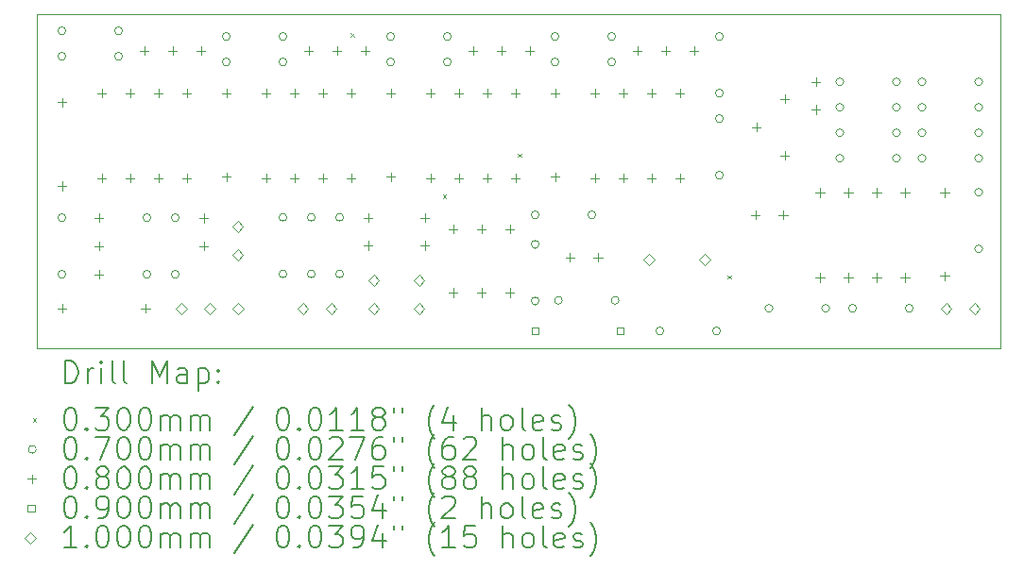
<source format=gbr>
%TF.GenerationSoftware,KiCad,Pcbnew,8.0.2-8.0.2-0~ubuntu22.04.1*%
%TF.CreationDate,2024-06-08T14:45:23+02:00*%
%TF.ProjectId,schematic,73636865-6d61-4746-9963-2e6b69636164,rev?*%
%TF.SameCoordinates,Original*%
%TF.FileFunction,Drillmap*%
%TF.FilePolarity,Positive*%
%FSLAX45Y45*%
G04 Gerber Fmt 4.5, Leading zero omitted, Abs format (unit mm)*
G04 Created by KiCad (PCBNEW 8.0.2-8.0.2-0~ubuntu22.04.1) date 2024-06-08 14:45:23*
%MOMM*%
%LPD*%
G01*
G04 APERTURE LIST*
%ADD10C,0.050000*%
%ADD11C,0.200000*%
%ADD12C,0.100000*%
G04 APERTURE END LIST*
D10*
X5511800Y-9042400D02*
X14147800Y-9042400D01*
X14147800Y-12042400D01*
X5511800Y-12042400D01*
X5511800Y-9042400D01*
D11*
D12*
X8328900Y-9217900D02*
X8358900Y-9247900D01*
X8358900Y-9217900D02*
X8328900Y-9247900D01*
X9154400Y-10665700D02*
X9184400Y-10695700D01*
X9184400Y-10665700D02*
X9154400Y-10695700D01*
X9827500Y-10297400D02*
X9857500Y-10327400D01*
X9857500Y-10297400D02*
X9827500Y-10327400D01*
X11707100Y-11389600D02*
X11737100Y-11419600D01*
X11737100Y-11389600D02*
X11707100Y-11419600D01*
X5775400Y-9194800D02*
G75*
G02*
X5705400Y-9194800I-35000J0D01*
G01*
X5705400Y-9194800D02*
G75*
G02*
X5775400Y-9194800I35000J0D01*
G01*
X5775400Y-9423400D02*
G75*
G02*
X5705400Y-9423400I-35000J0D01*
G01*
X5705400Y-9423400D02*
G75*
G02*
X5775400Y-9423400I35000J0D01*
G01*
X5775400Y-10871200D02*
G75*
G02*
X5705400Y-10871200I-35000J0D01*
G01*
X5705400Y-10871200D02*
G75*
G02*
X5775400Y-10871200I35000J0D01*
G01*
X5775400Y-11379200D02*
G75*
G02*
X5705400Y-11379200I-35000J0D01*
G01*
X5705400Y-11379200D02*
G75*
G02*
X5775400Y-11379200I35000J0D01*
G01*
X6283400Y-9194800D02*
G75*
G02*
X6213400Y-9194800I-35000J0D01*
G01*
X6213400Y-9194800D02*
G75*
G02*
X6283400Y-9194800I35000J0D01*
G01*
X6283400Y-9423400D02*
G75*
G02*
X6213400Y-9423400I-35000J0D01*
G01*
X6213400Y-9423400D02*
G75*
G02*
X6283400Y-9423400I35000J0D01*
G01*
X6537400Y-10871200D02*
G75*
G02*
X6467400Y-10871200I-35000J0D01*
G01*
X6467400Y-10871200D02*
G75*
G02*
X6537400Y-10871200I35000J0D01*
G01*
X6537400Y-11379200D02*
G75*
G02*
X6467400Y-11379200I-35000J0D01*
G01*
X6467400Y-11379200D02*
G75*
G02*
X6537400Y-11379200I35000J0D01*
G01*
X6791400Y-10871200D02*
G75*
G02*
X6721400Y-10871200I-35000J0D01*
G01*
X6721400Y-10871200D02*
G75*
G02*
X6791400Y-10871200I35000J0D01*
G01*
X6791400Y-11379200D02*
G75*
G02*
X6721400Y-11379200I-35000J0D01*
G01*
X6721400Y-11379200D02*
G75*
G02*
X6791400Y-11379200I35000J0D01*
G01*
X7248600Y-9245600D02*
G75*
G02*
X7178600Y-9245600I-35000J0D01*
G01*
X7178600Y-9245600D02*
G75*
G02*
X7248600Y-9245600I35000J0D01*
G01*
X7248600Y-9474200D02*
G75*
G02*
X7178600Y-9474200I-35000J0D01*
G01*
X7178600Y-9474200D02*
G75*
G02*
X7248600Y-9474200I35000J0D01*
G01*
X7756600Y-9245600D02*
G75*
G02*
X7686600Y-9245600I-35000J0D01*
G01*
X7686600Y-9245600D02*
G75*
G02*
X7756600Y-9245600I35000J0D01*
G01*
X7756600Y-9474200D02*
G75*
G02*
X7686600Y-9474200I-35000J0D01*
G01*
X7686600Y-9474200D02*
G75*
G02*
X7756600Y-9474200I35000J0D01*
G01*
X7756600Y-10867200D02*
G75*
G02*
X7686600Y-10867200I-35000J0D01*
G01*
X7686600Y-10867200D02*
G75*
G02*
X7756600Y-10867200I35000J0D01*
G01*
X7756600Y-11375200D02*
G75*
G02*
X7686600Y-11375200I-35000J0D01*
G01*
X7686600Y-11375200D02*
G75*
G02*
X7756600Y-11375200I35000J0D01*
G01*
X8010600Y-10867200D02*
G75*
G02*
X7940600Y-10867200I-35000J0D01*
G01*
X7940600Y-10867200D02*
G75*
G02*
X8010600Y-10867200I35000J0D01*
G01*
X8010600Y-11375200D02*
G75*
G02*
X7940600Y-11375200I-35000J0D01*
G01*
X7940600Y-11375200D02*
G75*
G02*
X8010600Y-11375200I35000J0D01*
G01*
X8264600Y-10867200D02*
G75*
G02*
X8194600Y-10867200I-35000J0D01*
G01*
X8194600Y-10867200D02*
G75*
G02*
X8264600Y-10867200I35000J0D01*
G01*
X8264600Y-11375200D02*
G75*
G02*
X8194600Y-11375200I-35000J0D01*
G01*
X8194600Y-11375200D02*
G75*
G02*
X8264600Y-11375200I35000J0D01*
G01*
X8721800Y-9245600D02*
G75*
G02*
X8651800Y-9245600I-35000J0D01*
G01*
X8651800Y-9245600D02*
G75*
G02*
X8721800Y-9245600I35000J0D01*
G01*
X8721800Y-9474200D02*
G75*
G02*
X8651800Y-9474200I-35000J0D01*
G01*
X8651800Y-9474200D02*
G75*
G02*
X8721800Y-9474200I35000J0D01*
G01*
X9229800Y-9245600D02*
G75*
G02*
X9159800Y-9245600I-35000J0D01*
G01*
X9159800Y-9245600D02*
G75*
G02*
X9229800Y-9245600I35000J0D01*
G01*
X9229800Y-9474200D02*
G75*
G02*
X9159800Y-9474200I-35000J0D01*
G01*
X9159800Y-9474200D02*
G75*
G02*
X9229800Y-9474200I35000J0D01*
G01*
X10017200Y-10845800D02*
G75*
G02*
X9947200Y-10845800I-35000J0D01*
G01*
X9947200Y-10845800D02*
G75*
G02*
X10017200Y-10845800I35000J0D01*
G01*
X10017200Y-11110400D02*
G75*
G02*
X9947200Y-11110400I-35000J0D01*
G01*
X9947200Y-11110400D02*
G75*
G02*
X10017200Y-11110400I35000J0D01*
G01*
X10017200Y-11618400D02*
G75*
G02*
X9947200Y-11618400I-35000J0D01*
G01*
X9947200Y-11618400D02*
G75*
G02*
X10017200Y-11618400I35000J0D01*
G01*
X10195000Y-9245600D02*
G75*
G02*
X10125000Y-9245600I-35000J0D01*
G01*
X10125000Y-9245600D02*
G75*
G02*
X10195000Y-9245600I35000J0D01*
G01*
X10195000Y-9474200D02*
G75*
G02*
X10125000Y-9474200I-35000J0D01*
G01*
X10125000Y-9474200D02*
G75*
G02*
X10195000Y-9474200I35000J0D01*
G01*
X10225480Y-11612880D02*
G75*
G02*
X10155480Y-11612880I-35000J0D01*
G01*
X10155480Y-11612880D02*
G75*
G02*
X10225480Y-11612880I35000J0D01*
G01*
X10525200Y-10845800D02*
G75*
G02*
X10455200Y-10845800I-35000J0D01*
G01*
X10455200Y-10845800D02*
G75*
G02*
X10525200Y-10845800I35000J0D01*
G01*
X10703000Y-9245600D02*
G75*
G02*
X10633000Y-9245600I-35000J0D01*
G01*
X10633000Y-9245600D02*
G75*
G02*
X10703000Y-9245600I35000J0D01*
G01*
X10703000Y-9474200D02*
G75*
G02*
X10633000Y-9474200I-35000J0D01*
G01*
X10633000Y-9474200D02*
G75*
G02*
X10703000Y-9474200I35000J0D01*
G01*
X10733480Y-11612880D02*
G75*
G02*
X10663480Y-11612880I-35000J0D01*
G01*
X10663480Y-11612880D02*
G75*
G02*
X10733480Y-11612880I35000J0D01*
G01*
X11134800Y-11887200D02*
G75*
G02*
X11064800Y-11887200I-35000J0D01*
G01*
X11064800Y-11887200D02*
G75*
G02*
X11134800Y-11887200I35000J0D01*
G01*
X11642800Y-11887200D02*
G75*
G02*
X11572800Y-11887200I-35000J0D01*
G01*
X11572800Y-11887200D02*
G75*
G02*
X11642800Y-11887200I35000J0D01*
G01*
X11668200Y-9245600D02*
G75*
G02*
X11598200Y-9245600I-35000J0D01*
G01*
X11598200Y-9245600D02*
G75*
G02*
X11668200Y-9245600I35000J0D01*
G01*
X11668200Y-9753600D02*
G75*
G02*
X11598200Y-9753600I-35000J0D01*
G01*
X11598200Y-9753600D02*
G75*
G02*
X11668200Y-9753600I35000J0D01*
G01*
X11668200Y-9982200D02*
G75*
G02*
X11598200Y-9982200I-35000J0D01*
G01*
X11598200Y-9982200D02*
G75*
G02*
X11668200Y-9982200I35000J0D01*
G01*
X11668200Y-10490200D02*
G75*
G02*
X11598200Y-10490200I-35000J0D01*
G01*
X11598200Y-10490200D02*
G75*
G02*
X11668200Y-10490200I35000J0D01*
G01*
X12112700Y-11684000D02*
G75*
G02*
X12042700Y-11684000I-35000J0D01*
G01*
X12042700Y-11684000D02*
G75*
G02*
X12112700Y-11684000I35000J0D01*
G01*
X12620700Y-11684000D02*
G75*
G02*
X12550700Y-11684000I-35000J0D01*
G01*
X12550700Y-11684000D02*
G75*
G02*
X12620700Y-11684000I35000J0D01*
G01*
X12747700Y-9652000D02*
G75*
G02*
X12677700Y-9652000I-35000J0D01*
G01*
X12677700Y-9652000D02*
G75*
G02*
X12747700Y-9652000I35000J0D01*
G01*
X12747700Y-9880600D02*
G75*
G02*
X12677700Y-9880600I-35000J0D01*
G01*
X12677700Y-9880600D02*
G75*
G02*
X12747700Y-9880600I35000J0D01*
G01*
X12747700Y-10109200D02*
G75*
G02*
X12677700Y-10109200I-35000J0D01*
G01*
X12677700Y-10109200D02*
G75*
G02*
X12747700Y-10109200I35000J0D01*
G01*
X12747700Y-10337800D02*
G75*
G02*
X12677700Y-10337800I-35000J0D01*
G01*
X12677700Y-10337800D02*
G75*
G02*
X12747700Y-10337800I35000J0D01*
G01*
X12862000Y-11684000D02*
G75*
G02*
X12792000Y-11684000I-35000J0D01*
G01*
X12792000Y-11684000D02*
G75*
G02*
X12862000Y-11684000I35000J0D01*
G01*
X13255700Y-9652000D02*
G75*
G02*
X13185700Y-9652000I-35000J0D01*
G01*
X13185700Y-9652000D02*
G75*
G02*
X13255700Y-9652000I35000J0D01*
G01*
X13255700Y-9880600D02*
G75*
G02*
X13185700Y-9880600I-35000J0D01*
G01*
X13185700Y-9880600D02*
G75*
G02*
X13255700Y-9880600I35000J0D01*
G01*
X13255700Y-10109200D02*
G75*
G02*
X13185700Y-10109200I-35000J0D01*
G01*
X13185700Y-10109200D02*
G75*
G02*
X13255700Y-10109200I35000J0D01*
G01*
X13255700Y-10337800D02*
G75*
G02*
X13185700Y-10337800I-35000J0D01*
G01*
X13185700Y-10337800D02*
G75*
G02*
X13255700Y-10337800I35000J0D01*
G01*
X13370000Y-11684000D02*
G75*
G02*
X13300000Y-11684000I-35000J0D01*
G01*
X13300000Y-11684000D02*
G75*
G02*
X13370000Y-11684000I35000J0D01*
G01*
X13484300Y-9652000D02*
G75*
G02*
X13414300Y-9652000I-35000J0D01*
G01*
X13414300Y-9652000D02*
G75*
G02*
X13484300Y-9652000I35000J0D01*
G01*
X13484300Y-9880600D02*
G75*
G02*
X13414300Y-9880600I-35000J0D01*
G01*
X13414300Y-9880600D02*
G75*
G02*
X13484300Y-9880600I35000J0D01*
G01*
X13484300Y-10109200D02*
G75*
G02*
X13414300Y-10109200I-35000J0D01*
G01*
X13414300Y-10109200D02*
G75*
G02*
X13484300Y-10109200I35000J0D01*
G01*
X13484300Y-10337800D02*
G75*
G02*
X13414300Y-10337800I-35000J0D01*
G01*
X13414300Y-10337800D02*
G75*
G02*
X13484300Y-10337800I35000J0D01*
G01*
X13992300Y-9652000D02*
G75*
G02*
X13922300Y-9652000I-35000J0D01*
G01*
X13922300Y-9652000D02*
G75*
G02*
X13992300Y-9652000I35000J0D01*
G01*
X13992300Y-9880600D02*
G75*
G02*
X13922300Y-9880600I-35000J0D01*
G01*
X13922300Y-9880600D02*
G75*
G02*
X13992300Y-9880600I35000J0D01*
G01*
X13992300Y-10109200D02*
G75*
G02*
X13922300Y-10109200I-35000J0D01*
G01*
X13922300Y-10109200D02*
G75*
G02*
X13992300Y-10109200I35000J0D01*
G01*
X13992300Y-10337800D02*
G75*
G02*
X13922300Y-10337800I-35000J0D01*
G01*
X13922300Y-10337800D02*
G75*
G02*
X13992300Y-10337800I35000J0D01*
G01*
X13992300Y-10642600D02*
G75*
G02*
X13922300Y-10642600I-35000J0D01*
G01*
X13922300Y-10642600D02*
G75*
G02*
X13992300Y-10642600I35000J0D01*
G01*
X13992300Y-11150600D02*
G75*
G02*
X13922300Y-11150600I-35000J0D01*
G01*
X13922300Y-11150600D02*
G75*
G02*
X13992300Y-11150600I35000J0D01*
G01*
X5740400Y-9795800D02*
X5740400Y-9875800D01*
X5700400Y-9835800D02*
X5780400Y-9835800D01*
X5740400Y-10545800D02*
X5740400Y-10625800D01*
X5700400Y-10585800D02*
X5780400Y-10585800D01*
X5740400Y-11644000D02*
X5740400Y-11724000D01*
X5700400Y-11684000D02*
X5780400Y-11684000D01*
X6070600Y-10831200D02*
X6070600Y-10911200D01*
X6030600Y-10871200D02*
X6110600Y-10871200D01*
X6070600Y-11085200D02*
X6070600Y-11165200D01*
X6030600Y-11125200D02*
X6110600Y-11125200D01*
X6070600Y-11339200D02*
X6070600Y-11419200D01*
X6030600Y-11379200D02*
X6110600Y-11379200D01*
X6096000Y-9713600D02*
X6096000Y-9793600D01*
X6056000Y-9753600D02*
X6136000Y-9753600D01*
X6096000Y-10475600D02*
X6096000Y-10555600D01*
X6056000Y-10515600D02*
X6136000Y-10515600D01*
X6350000Y-9713600D02*
X6350000Y-9793600D01*
X6310000Y-9753600D02*
X6390000Y-9753600D01*
X6350000Y-10475600D02*
X6350000Y-10555600D01*
X6310000Y-10515600D02*
X6390000Y-10515600D01*
X6477000Y-9332600D02*
X6477000Y-9412600D01*
X6437000Y-9372600D02*
X6517000Y-9372600D01*
X6490400Y-11644000D02*
X6490400Y-11724000D01*
X6450400Y-11684000D02*
X6530400Y-11684000D01*
X6604000Y-9713600D02*
X6604000Y-9793600D01*
X6564000Y-9753600D02*
X6644000Y-9753600D01*
X6604000Y-10475600D02*
X6604000Y-10555600D01*
X6564000Y-10515600D02*
X6644000Y-10515600D01*
X6731000Y-9332600D02*
X6731000Y-9412600D01*
X6691000Y-9372600D02*
X6771000Y-9372600D01*
X6858000Y-9713600D02*
X6858000Y-9793600D01*
X6818000Y-9753600D02*
X6898000Y-9753600D01*
X6858000Y-10475600D02*
X6858000Y-10555600D01*
X6818000Y-10515600D02*
X6898000Y-10515600D01*
X6985000Y-9332600D02*
X6985000Y-9412600D01*
X6945000Y-9372600D02*
X7025000Y-9372600D01*
X7010400Y-10835200D02*
X7010400Y-10915200D01*
X6970400Y-10875200D02*
X7050400Y-10875200D01*
X7010400Y-11085200D02*
X7010400Y-11165200D01*
X6970400Y-11125200D02*
X7050400Y-11125200D01*
X7213600Y-9713600D02*
X7213600Y-9793600D01*
X7173600Y-9753600D02*
X7253600Y-9753600D01*
X7213600Y-10463600D02*
X7213600Y-10543600D01*
X7173600Y-10503600D02*
X7253600Y-10503600D01*
X7569200Y-9713600D02*
X7569200Y-9793600D01*
X7529200Y-9753600D02*
X7609200Y-9753600D01*
X7569200Y-10475600D02*
X7569200Y-10555600D01*
X7529200Y-10515600D02*
X7609200Y-10515600D01*
X7823200Y-9713600D02*
X7823200Y-9793600D01*
X7783200Y-9753600D02*
X7863200Y-9753600D01*
X7823200Y-10475600D02*
X7823200Y-10555600D01*
X7783200Y-10515600D02*
X7863200Y-10515600D01*
X7950200Y-9332600D02*
X7950200Y-9412600D01*
X7910200Y-9372600D02*
X7990200Y-9372600D01*
X8077200Y-9713600D02*
X8077200Y-9793600D01*
X8037200Y-9753600D02*
X8117200Y-9753600D01*
X8077200Y-10475600D02*
X8077200Y-10555600D01*
X8037200Y-10515600D02*
X8117200Y-10515600D01*
X8204200Y-9332600D02*
X8204200Y-9412600D01*
X8164200Y-9372600D02*
X8244200Y-9372600D01*
X8331200Y-9713600D02*
X8331200Y-9793600D01*
X8291200Y-9753600D02*
X8371200Y-9753600D01*
X8331200Y-10475600D02*
X8331200Y-10555600D01*
X8291200Y-10515600D02*
X8371200Y-10515600D01*
X8458200Y-9332600D02*
X8458200Y-9412600D01*
X8418200Y-9372600D02*
X8498200Y-9372600D01*
X8483600Y-10831200D02*
X8483600Y-10911200D01*
X8443600Y-10871200D02*
X8523600Y-10871200D01*
X8483600Y-11081200D02*
X8483600Y-11161200D01*
X8443600Y-11121200D02*
X8523600Y-11121200D01*
X8686800Y-9713600D02*
X8686800Y-9793600D01*
X8646800Y-9753600D02*
X8726800Y-9753600D01*
X8686800Y-10463600D02*
X8686800Y-10543600D01*
X8646800Y-10503600D02*
X8726800Y-10503600D01*
X8991600Y-10831200D02*
X8991600Y-10911200D01*
X8951600Y-10871200D02*
X9031600Y-10871200D01*
X8991600Y-11081200D02*
X8991600Y-11161200D01*
X8951600Y-11121200D02*
X9031600Y-11121200D01*
X9042400Y-9713600D02*
X9042400Y-9793600D01*
X9002400Y-9753600D02*
X9082400Y-9753600D01*
X9042400Y-10475600D02*
X9042400Y-10555600D01*
X9002400Y-10515600D02*
X9082400Y-10515600D01*
X9245600Y-10932800D02*
X9245600Y-11012800D01*
X9205600Y-10972800D02*
X9285600Y-10972800D01*
X9245600Y-11502200D02*
X9245600Y-11582200D01*
X9205600Y-11542200D02*
X9285600Y-11542200D01*
X9296400Y-9713600D02*
X9296400Y-9793600D01*
X9256400Y-9753600D02*
X9336400Y-9753600D01*
X9296400Y-10475600D02*
X9296400Y-10555600D01*
X9256400Y-10515600D02*
X9336400Y-10515600D01*
X9423400Y-9332600D02*
X9423400Y-9412600D01*
X9383400Y-9372600D02*
X9463400Y-9372600D01*
X9499600Y-10932800D02*
X9499600Y-11012800D01*
X9459600Y-10972800D02*
X9539600Y-10972800D01*
X9499600Y-11502200D02*
X9499600Y-11582200D01*
X9459600Y-11542200D02*
X9539600Y-11542200D01*
X9550400Y-9713600D02*
X9550400Y-9793600D01*
X9510400Y-9753600D02*
X9590400Y-9753600D01*
X9550400Y-10475600D02*
X9550400Y-10555600D01*
X9510400Y-10515600D02*
X9590400Y-10515600D01*
X9677400Y-9332600D02*
X9677400Y-9412600D01*
X9637400Y-9372600D02*
X9717400Y-9372600D01*
X9753600Y-10932800D02*
X9753600Y-11012800D01*
X9713600Y-10972800D02*
X9793600Y-10972800D01*
X9753600Y-11502200D02*
X9753600Y-11582200D01*
X9713600Y-11542200D02*
X9793600Y-11542200D01*
X9804400Y-9713600D02*
X9804400Y-9793600D01*
X9764400Y-9753600D02*
X9844400Y-9753600D01*
X9804400Y-10475600D02*
X9804400Y-10555600D01*
X9764400Y-10515600D02*
X9844400Y-10515600D01*
X9931400Y-9332600D02*
X9931400Y-9412600D01*
X9891400Y-9372600D02*
X9971400Y-9372600D01*
X10160000Y-9713600D02*
X10160000Y-9793600D01*
X10120000Y-9753600D02*
X10200000Y-9753600D01*
X10160000Y-10463600D02*
X10160000Y-10543600D01*
X10120000Y-10503600D02*
X10200000Y-10503600D01*
X10293489Y-11186800D02*
X10293489Y-11266800D01*
X10253489Y-11226800D02*
X10333489Y-11226800D01*
X10515600Y-9713600D02*
X10515600Y-9793600D01*
X10475600Y-9753600D02*
X10555600Y-9753600D01*
X10515600Y-10475600D02*
X10515600Y-10555600D01*
X10475600Y-10515600D02*
X10555600Y-10515600D01*
X10543489Y-11186800D02*
X10543489Y-11266800D01*
X10503489Y-11226800D02*
X10583489Y-11226800D01*
X10769600Y-9713600D02*
X10769600Y-9793600D01*
X10729600Y-9753600D02*
X10809600Y-9753600D01*
X10769600Y-10475600D02*
X10769600Y-10555600D01*
X10729600Y-10515600D02*
X10809600Y-10515600D01*
X10896600Y-9332600D02*
X10896600Y-9412600D01*
X10856600Y-9372600D02*
X10936600Y-9372600D01*
X11023600Y-9713600D02*
X11023600Y-9793600D01*
X10983600Y-9753600D02*
X11063600Y-9753600D01*
X11023600Y-10475600D02*
X11023600Y-10555600D01*
X10983600Y-10515600D02*
X11063600Y-10515600D01*
X11150600Y-9332600D02*
X11150600Y-9412600D01*
X11110600Y-9372600D02*
X11190600Y-9372600D01*
X11277600Y-9713600D02*
X11277600Y-9793600D01*
X11237600Y-9753600D02*
X11317600Y-9753600D01*
X11277600Y-10475600D02*
X11277600Y-10555600D01*
X11237600Y-10515600D02*
X11317600Y-10515600D01*
X11404600Y-9332600D02*
X11404600Y-9412600D01*
X11364600Y-9372600D02*
X11444600Y-9372600D01*
X11954700Y-10805800D02*
X11954700Y-10885800D01*
X11914700Y-10845800D02*
X11994700Y-10845800D01*
X11963400Y-10018400D02*
X11963400Y-10098400D01*
X11923400Y-10058400D02*
X12003400Y-10058400D01*
X12204700Y-10805800D02*
X12204700Y-10885800D01*
X12164700Y-10845800D02*
X12244700Y-10845800D01*
X12217400Y-9764400D02*
X12217400Y-9844400D01*
X12177400Y-9804400D02*
X12257400Y-9804400D01*
X12217400Y-10272400D02*
X12217400Y-10352400D01*
X12177400Y-10312400D02*
X12257400Y-10312400D01*
X12496800Y-9612000D02*
X12496800Y-9692000D01*
X12456800Y-9652000D02*
X12536800Y-9652000D01*
X12496800Y-9862000D02*
X12496800Y-9942000D01*
X12456800Y-9902000D02*
X12536800Y-9902000D01*
X12533900Y-10603600D02*
X12533900Y-10683600D01*
X12493900Y-10643600D02*
X12573900Y-10643600D01*
X12533900Y-11365600D02*
X12533900Y-11445600D01*
X12493900Y-11405600D02*
X12573900Y-11405600D01*
X12787900Y-10603600D02*
X12787900Y-10683600D01*
X12747900Y-10643600D02*
X12827900Y-10643600D01*
X12787900Y-11365600D02*
X12787900Y-11445600D01*
X12747900Y-11405600D02*
X12827900Y-11405600D01*
X13041900Y-10603600D02*
X13041900Y-10683600D01*
X13001900Y-10643600D02*
X13081900Y-10643600D01*
X13041900Y-11365600D02*
X13041900Y-11445600D01*
X13001900Y-11405600D02*
X13081900Y-11405600D01*
X13295900Y-10603600D02*
X13295900Y-10683600D01*
X13255900Y-10643600D02*
X13335900Y-10643600D01*
X13295900Y-11365600D02*
X13295900Y-11445600D01*
X13255900Y-11405600D02*
X13335900Y-11405600D01*
X13652500Y-10603600D02*
X13652500Y-10683600D01*
X13612500Y-10643600D02*
X13692500Y-10643600D01*
X13652500Y-11353600D02*
X13652500Y-11433600D01*
X13612500Y-11393600D02*
X13692500Y-11393600D01*
X10014020Y-11919020D02*
X10014020Y-11855380D01*
X9950380Y-11855380D01*
X9950380Y-11919020D01*
X10014020Y-11919020D01*
X10776020Y-11919020D02*
X10776020Y-11855380D01*
X10712380Y-11855380D01*
X10712380Y-11919020D01*
X10776020Y-11919020D01*
X6808700Y-11734000D02*
X6858700Y-11684000D01*
X6808700Y-11634000D01*
X6758700Y-11684000D01*
X6808700Y-11734000D01*
X7062700Y-11734000D02*
X7112700Y-11684000D01*
X7062700Y-11634000D01*
X7012700Y-11684000D01*
X7062700Y-11734000D01*
X7315200Y-10996900D02*
X7365200Y-10946900D01*
X7315200Y-10896900D01*
X7265200Y-10946900D01*
X7315200Y-10996900D01*
X7315200Y-11250900D02*
X7365200Y-11200900D01*
X7315200Y-11150900D01*
X7265200Y-11200900D01*
X7315200Y-11250900D01*
X7316700Y-11734000D02*
X7366700Y-11684000D01*
X7316700Y-11634000D01*
X7266700Y-11684000D01*
X7316700Y-11734000D01*
X7899400Y-11734000D02*
X7949400Y-11684000D01*
X7899400Y-11634000D01*
X7849400Y-11684000D01*
X7899400Y-11734000D01*
X8153400Y-11734000D02*
X8203400Y-11684000D01*
X8153400Y-11634000D01*
X8103400Y-11684000D01*
X8153400Y-11734000D01*
X8534400Y-11480000D02*
X8584400Y-11430000D01*
X8534400Y-11380000D01*
X8484400Y-11430000D01*
X8534400Y-11480000D01*
X8534400Y-11734000D02*
X8584400Y-11684000D01*
X8534400Y-11634000D01*
X8484400Y-11684000D01*
X8534400Y-11734000D01*
X8940800Y-11480000D02*
X8990800Y-11430000D01*
X8940800Y-11380000D01*
X8890800Y-11430000D01*
X8940800Y-11480000D01*
X8940800Y-11734000D02*
X8990800Y-11684000D01*
X8940800Y-11634000D01*
X8890800Y-11684000D01*
X8940800Y-11734000D01*
X11001120Y-11294580D02*
X11051120Y-11244580D01*
X11001120Y-11194580D01*
X10951120Y-11244580D01*
X11001120Y-11294580D01*
X11501120Y-11294580D02*
X11551120Y-11244580D01*
X11501120Y-11194580D01*
X11451120Y-11244580D01*
X11501120Y-11294580D01*
X13665200Y-11734000D02*
X13715200Y-11684000D01*
X13665200Y-11634000D01*
X13615200Y-11684000D01*
X13665200Y-11734000D01*
X13919200Y-11734000D02*
X13969200Y-11684000D01*
X13919200Y-11634000D01*
X13869200Y-11684000D01*
X13919200Y-11734000D01*
D11*
X5770077Y-12356384D02*
X5770077Y-12156384D01*
X5770077Y-12156384D02*
X5817696Y-12156384D01*
X5817696Y-12156384D02*
X5846267Y-12165908D01*
X5846267Y-12165908D02*
X5865315Y-12184955D01*
X5865315Y-12184955D02*
X5874839Y-12204003D01*
X5874839Y-12204003D02*
X5884362Y-12242098D01*
X5884362Y-12242098D02*
X5884362Y-12270669D01*
X5884362Y-12270669D02*
X5874839Y-12308765D01*
X5874839Y-12308765D02*
X5865315Y-12327812D01*
X5865315Y-12327812D02*
X5846267Y-12346860D01*
X5846267Y-12346860D02*
X5817696Y-12356384D01*
X5817696Y-12356384D02*
X5770077Y-12356384D01*
X5970077Y-12356384D02*
X5970077Y-12223050D01*
X5970077Y-12261146D02*
X5979601Y-12242098D01*
X5979601Y-12242098D02*
X5989124Y-12232574D01*
X5989124Y-12232574D02*
X6008172Y-12223050D01*
X6008172Y-12223050D02*
X6027220Y-12223050D01*
X6093886Y-12356384D02*
X6093886Y-12223050D01*
X6093886Y-12156384D02*
X6084362Y-12165908D01*
X6084362Y-12165908D02*
X6093886Y-12175431D01*
X6093886Y-12175431D02*
X6103410Y-12165908D01*
X6103410Y-12165908D02*
X6093886Y-12156384D01*
X6093886Y-12156384D02*
X6093886Y-12175431D01*
X6217696Y-12356384D02*
X6198648Y-12346860D01*
X6198648Y-12346860D02*
X6189124Y-12327812D01*
X6189124Y-12327812D02*
X6189124Y-12156384D01*
X6322458Y-12356384D02*
X6303410Y-12346860D01*
X6303410Y-12346860D02*
X6293886Y-12327812D01*
X6293886Y-12327812D02*
X6293886Y-12156384D01*
X6551029Y-12356384D02*
X6551029Y-12156384D01*
X6551029Y-12156384D02*
X6617696Y-12299241D01*
X6617696Y-12299241D02*
X6684362Y-12156384D01*
X6684362Y-12156384D02*
X6684362Y-12356384D01*
X6865315Y-12356384D02*
X6865315Y-12251622D01*
X6865315Y-12251622D02*
X6855791Y-12232574D01*
X6855791Y-12232574D02*
X6836743Y-12223050D01*
X6836743Y-12223050D02*
X6798648Y-12223050D01*
X6798648Y-12223050D02*
X6779601Y-12232574D01*
X6865315Y-12346860D02*
X6846267Y-12356384D01*
X6846267Y-12356384D02*
X6798648Y-12356384D01*
X6798648Y-12356384D02*
X6779601Y-12346860D01*
X6779601Y-12346860D02*
X6770077Y-12327812D01*
X6770077Y-12327812D02*
X6770077Y-12308765D01*
X6770077Y-12308765D02*
X6779601Y-12289717D01*
X6779601Y-12289717D02*
X6798648Y-12280193D01*
X6798648Y-12280193D02*
X6846267Y-12280193D01*
X6846267Y-12280193D02*
X6865315Y-12270669D01*
X6960553Y-12223050D02*
X6960553Y-12423050D01*
X6960553Y-12232574D02*
X6979601Y-12223050D01*
X6979601Y-12223050D02*
X7017696Y-12223050D01*
X7017696Y-12223050D02*
X7036743Y-12232574D01*
X7036743Y-12232574D02*
X7046267Y-12242098D01*
X7046267Y-12242098D02*
X7055791Y-12261146D01*
X7055791Y-12261146D02*
X7055791Y-12318288D01*
X7055791Y-12318288D02*
X7046267Y-12337336D01*
X7046267Y-12337336D02*
X7036743Y-12346860D01*
X7036743Y-12346860D02*
X7017696Y-12356384D01*
X7017696Y-12356384D02*
X6979601Y-12356384D01*
X6979601Y-12356384D02*
X6960553Y-12346860D01*
X7141505Y-12337336D02*
X7151029Y-12346860D01*
X7151029Y-12346860D02*
X7141505Y-12356384D01*
X7141505Y-12356384D02*
X7131982Y-12346860D01*
X7131982Y-12346860D02*
X7141505Y-12337336D01*
X7141505Y-12337336D02*
X7141505Y-12356384D01*
X7141505Y-12232574D02*
X7151029Y-12242098D01*
X7151029Y-12242098D02*
X7141505Y-12251622D01*
X7141505Y-12251622D02*
X7131982Y-12242098D01*
X7131982Y-12242098D02*
X7141505Y-12232574D01*
X7141505Y-12232574D02*
X7141505Y-12251622D01*
D12*
X5479300Y-12669900D02*
X5509300Y-12699900D01*
X5509300Y-12669900D02*
X5479300Y-12699900D01*
D11*
X5808172Y-12576384D02*
X5827220Y-12576384D01*
X5827220Y-12576384D02*
X5846267Y-12585908D01*
X5846267Y-12585908D02*
X5855791Y-12595431D01*
X5855791Y-12595431D02*
X5865315Y-12614479D01*
X5865315Y-12614479D02*
X5874839Y-12652574D01*
X5874839Y-12652574D02*
X5874839Y-12700193D01*
X5874839Y-12700193D02*
X5865315Y-12738288D01*
X5865315Y-12738288D02*
X5855791Y-12757336D01*
X5855791Y-12757336D02*
X5846267Y-12766860D01*
X5846267Y-12766860D02*
X5827220Y-12776384D01*
X5827220Y-12776384D02*
X5808172Y-12776384D01*
X5808172Y-12776384D02*
X5789124Y-12766860D01*
X5789124Y-12766860D02*
X5779601Y-12757336D01*
X5779601Y-12757336D02*
X5770077Y-12738288D01*
X5770077Y-12738288D02*
X5760553Y-12700193D01*
X5760553Y-12700193D02*
X5760553Y-12652574D01*
X5760553Y-12652574D02*
X5770077Y-12614479D01*
X5770077Y-12614479D02*
X5779601Y-12595431D01*
X5779601Y-12595431D02*
X5789124Y-12585908D01*
X5789124Y-12585908D02*
X5808172Y-12576384D01*
X5960553Y-12757336D02*
X5970077Y-12766860D01*
X5970077Y-12766860D02*
X5960553Y-12776384D01*
X5960553Y-12776384D02*
X5951029Y-12766860D01*
X5951029Y-12766860D02*
X5960553Y-12757336D01*
X5960553Y-12757336D02*
X5960553Y-12776384D01*
X6036743Y-12576384D02*
X6160553Y-12576384D01*
X6160553Y-12576384D02*
X6093886Y-12652574D01*
X6093886Y-12652574D02*
X6122458Y-12652574D01*
X6122458Y-12652574D02*
X6141505Y-12662098D01*
X6141505Y-12662098D02*
X6151029Y-12671622D01*
X6151029Y-12671622D02*
X6160553Y-12690669D01*
X6160553Y-12690669D02*
X6160553Y-12738288D01*
X6160553Y-12738288D02*
X6151029Y-12757336D01*
X6151029Y-12757336D02*
X6141505Y-12766860D01*
X6141505Y-12766860D02*
X6122458Y-12776384D01*
X6122458Y-12776384D02*
X6065315Y-12776384D01*
X6065315Y-12776384D02*
X6046267Y-12766860D01*
X6046267Y-12766860D02*
X6036743Y-12757336D01*
X6284362Y-12576384D02*
X6303410Y-12576384D01*
X6303410Y-12576384D02*
X6322458Y-12585908D01*
X6322458Y-12585908D02*
X6331982Y-12595431D01*
X6331982Y-12595431D02*
X6341505Y-12614479D01*
X6341505Y-12614479D02*
X6351029Y-12652574D01*
X6351029Y-12652574D02*
X6351029Y-12700193D01*
X6351029Y-12700193D02*
X6341505Y-12738288D01*
X6341505Y-12738288D02*
X6331982Y-12757336D01*
X6331982Y-12757336D02*
X6322458Y-12766860D01*
X6322458Y-12766860D02*
X6303410Y-12776384D01*
X6303410Y-12776384D02*
X6284362Y-12776384D01*
X6284362Y-12776384D02*
X6265315Y-12766860D01*
X6265315Y-12766860D02*
X6255791Y-12757336D01*
X6255791Y-12757336D02*
X6246267Y-12738288D01*
X6246267Y-12738288D02*
X6236743Y-12700193D01*
X6236743Y-12700193D02*
X6236743Y-12652574D01*
X6236743Y-12652574D02*
X6246267Y-12614479D01*
X6246267Y-12614479D02*
X6255791Y-12595431D01*
X6255791Y-12595431D02*
X6265315Y-12585908D01*
X6265315Y-12585908D02*
X6284362Y-12576384D01*
X6474839Y-12576384D02*
X6493886Y-12576384D01*
X6493886Y-12576384D02*
X6512934Y-12585908D01*
X6512934Y-12585908D02*
X6522458Y-12595431D01*
X6522458Y-12595431D02*
X6531982Y-12614479D01*
X6531982Y-12614479D02*
X6541505Y-12652574D01*
X6541505Y-12652574D02*
X6541505Y-12700193D01*
X6541505Y-12700193D02*
X6531982Y-12738288D01*
X6531982Y-12738288D02*
X6522458Y-12757336D01*
X6522458Y-12757336D02*
X6512934Y-12766860D01*
X6512934Y-12766860D02*
X6493886Y-12776384D01*
X6493886Y-12776384D02*
X6474839Y-12776384D01*
X6474839Y-12776384D02*
X6455791Y-12766860D01*
X6455791Y-12766860D02*
X6446267Y-12757336D01*
X6446267Y-12757336D02*
X6436743Y-12738288D01*
X6436743Y-12738288D02*
X6427220Y-12700193D01*
X6427220Y-12700193D02*
X6427220Y-12652574D01*
X6427220Y-12652574D02*
X6436743Y-12614479D01*
X6436743Y-12614479D02*
X6446267Y-12595431D01*
X6446267Y-12595431D02*
X6455791Y-12585908D01*
X6455791Y-12585908D02*
X6474839Y-12576384D01*
X6627220Y-12776384D02*
X6627220Y-12643050D01*
X6627220Y-12662098D02*
X6636743Y-12652574D01*
X6636743Y-12652574D02*
X6655791Y-12643050D01*
X6655791Y-12643050D02*
X6684363Y-12643050D01*
X6684363Y-12643050D02*
X6703410Y-12652574D01*
X6703410Y-12652574D02*
X6712934Y-12671622D01*
X6712934Y-12671622D02*
X6712934Y-12776384D01*
X6712934Y-12671622D02*
X6722458Y-12652574D01*
X6722458Y-12652574D02*
X6741505Y-12643050D01*
X6741505Y-12643050D02*
X6770077Y-12643050D01*
X6770077Y-12643050D02*
X6789124Y-12652574D01*
X6789124Y-12652574D02*
X6798648Y-12671622D01*
X6798648Y-12671622D02*
X6798648Y-12776384D01*
X6893886Y-12776384D02*
X6893886Y-12643050D01*
X6893886Y-12662098D02*
X6903410Y-12652574D01*
X6903410Y-12652574D02*
X6922458Y-12643050D01*
X6922458Y-12643050D02*
X6951029Y-12643050D01*
X6951029Y-12643050D02*
X6970077Y-12652574D01*
X6970077Y-12652574D02*
X6979601Y-12671622D01*
X6979601Y-12671622D02*
X6979601Y-12776384D01*
X6979601Y-12671622D02*
X6989124Y-12652574D01*
X6989124Y-12652574D02*
X7008172Y-12643050D01*
X7008172Y-12643050D02*
X7036743Y-12643050D01*
X7036743Y-12643050D02*
X7055791Y-12652574D01*
X7055791Y-12652574D02*
X7065315Y-12671622D01*
X7065315Y-12671622D02*
X7065315Y-12776384D01*
X7455791Y-12566860D02*
X7284363Y-12824003D01*
X7712934Y-12576384D02*
X7731982Y-12576384D01*
X7731982Y-12576384D02*
X7751029Y-12585908D01*
X7751029Y-12585908D02*
X7760553Y-12595431D01*
X7760553Y-12595431D02*
X7770077Y-12614479D01*
X7770077Y-12614479D02*
X7779601Y-12652574D01*
X7779601Y-12652574D02*
X7779601Y-12700193D01*
X7779601Y-12700193D02*
X7770077Y-12738288D01*
X7770077Y-12738288D02*
X7760553Y-12757336D01*
X7760553Y-12757336D02*
X7751029Y-12766860D01*
X7751029Y-12766860D02*
X7731982Y-12776384D01*
X7731982Y-12776384D02*
X7712934Y-12776384D01*
X7712934Y-12776384D02*
X7693886Y-12766860D01*
X7693886Y-12766860D02*
X7684363Y-12757336D01*
X7684363Y-12757336D02*
X7674839Y-12738288D01*
X7674839Y-12738288D02*
X7665315Y-12700193D01*
X7665315Y-12700193D02*
X7665315Y-12652574D01*
X7665315Y-12652574D02*
X7674839Y-12614479D01*
X7674839Y-12614479D02*
X7684363Y-12595431D01*
X7684363Y-12595431D02*
X7693886Y-12585908D01*
X7693886Y-12585908D02*
X7712934Y-12576384D01*
X7865315Y-12757336D02*
X7874839Y-12766860D01*
X7874839Y-12766860D02*
X7865315Y-12776384D01*
X7865315Y-12776384D02*
X7855791Y-12766860D01*
X7855791Y-12766860D02*
X7865315Y-12757336D01*
X7865315Y-12757336D02*
X7865315Y-12776384D01*
X7998648Y-12576384D02*
X8017696Y-12576384D01*
X8017696Y-12576384D02*
X8036744Y-12585908D01*
X8036744Y-12585908D02*
X8046267Y-12595431D01*
X8046267Y-12595431D02*
X8055791Y-12614479D01*
X8055791Y-12614479D02*
X8065315Y-12652574D01*
X8065315Y-12652574D02*
X8065315Y-12700193D01*
X8065315Y-12700193D02*
X8055791Y-12738288D01*
X8055791Y-12738288D02*
X8046267Y-12757336D01*
X8046267Y-12757336D02*
X8036744Y-12766860D01*
X8036744Y-12766860D02*
X8017696Y-12776384D01*
X8017696Y-12776384D02*
X7998648Y-12776384D01*
X7998648Y-12776384D02*
X7979601Y-12766860D01*
X7979601Y-12766860D02*
X7970077Y-12757336D01*
X7970077Y-12757336D02*
X7960553Y-12738288D01*
X7960553Y-12738288D02*
X7951029Y-12700193D01*
X7951029Y-12700193D02*
X7951029Y-12652574D01*
X7951029Y-12652574D02*
X7960553Y-12614479D01*
X7960553Y-12614479D02*
X7970077Y-12595431D01*
X7970077Y-12595431D02*
X7979601Y-12585908D01*
X7979601Y-12585908D02*
X7998648Y-12576384D01*
X8255791Y-12776384D02*
X8141506Y-12776384D01*
X8198648Y-12776384D02*
X8198648Y-12576384D01*
X8198648Y-12576384D02*
X8179601Y-12604955D01*
X8179601Y-12604955D02*
X8160553Y-12624003D01*
X8160553Y-12624003D02*
X8141506Y-12633527D01*
X8446268Y-12776384D02*
X8331982Y-12776384D01*
X8389125Y-12776384D02*
X8389125Y-12576384D01*
X8389125Y-12576384D02*
X8370077Y-12604955D01*
X8370077Y-12604955D02*
X8351029Y-12624003D01*
X8351029Y-12624003D02*
X8331982Y-12633527D01*
X8560553Y-12662098D02*
X8541506Y-12652574D01*
X8541506Y-12652574D02*
X8531982Y-12643050D01*
X8531982Y-12643050D02*
X8522458Y-12624003D01*
X8522458Y-12624003D02*
X8522458Y-12614479D01*
X8522458Y-12614479D02*
X8531982Y-12595431D01*
X8531982Y-12595431D02*
X8541506Y-12585908D01*
X8541506Y-12585908D02*
X8560553Y-12576384D01*
X8560553Y-12576384D02*
X8598649Y-12576384D01*
X8598649Y-12576384D02*
X8617696Y-12585908D01*
X8617696Y-12585908D02*
X8627220Y-12595431D01*
X8627220Y-12595431D02*
X8636744Y-12614479D01*
X8636744Y-12614479D02*
X8636744Y-12624003D01*
X8636744Y-12624003D02*
X8627220Y-12643050D01*
X8627220Y-12643050D02*
X8617696Y-12652574D01*
X8617696Y-12652574D02*
X8598649Y-12662098D01*
X8598649Y-12662098D02*
X8560553Y-12662098D01*
X8560553Y-12662098D02*
X8541506Y-12671622D01*
X8541506Y-12671622D02*
X8531982Y-12681146D01*
X8531982Y-12681146D02*
X8522458Y-12700193D01*
X8522458Y-12700193D02*
X8522458Y-12738288D01*
X8522458Y-12738288D02*
X8531982Y-12757336D01*
X8531982Y-12757336D02*
X8541506Y-12766860D01*
X8541506Y-12766860D02*
X8560553Y-12776384D01*
X8560553Y-12776384D02*
X8598649Y-12776384D01*
X8598649Y-12776384D02*
X8617696Y-12766860D01*
X8617696Y-12766860D02*
X8627220Y-12757336D01*
X8627220Y-12757336D02*
X8636744Y-12738288D01*
X8636744Y-12738288D02*
X8636744Y-12700193D01*
X8636744Y-12700193D02*
X8627220Y-12681146D01*
X8627220Y-12681146D02*
X8617696Y-12671622D01*
X8617696Y-12671622D02*
X8598649Y-12662098D01*
X8712934Y-12576384D02*
X8712934Y-12614479D01*
X8789125Y-12576384D02*
X8789125Y-12614479D01*
X9084363Y-12852574D02*
X9074839Y-12843050D01*
X9074839Y-12843050D02*
X9055791Y-12814479D01*
X9055791Y-12814479D02*
X9046268Y-12795431D01*
X9046268Y-12795431D02*
X9036744Y-12766860D01*
X9036744Y-12766860D02*
X9027220Y-12719241D01*
X9027220Y-12719241D02*
X9027220Y-12681146D01*
X9027220Y-12681146D02*
X9036744Y-12633527D01*
X9036744Y-12633527D02*
X9046268Y-12604955D01*
X9046268Y-12604955D02*
X9055791Y-12585908D01*
X9055791Y-12585908D02*
X9074839Y-12557336D01*
X9074839Y-12557336D02*
X9084363Y-12547812D01*
X9246268Y-12643050D02*
X9246268Y-12776384D01*
X9198649Y-12566860D02*
X9151030Y-12709717D01*
X9151030Y-12709717D02*
X9274839Y-12709717D01*
X9503411Y-12776384D02*
X9503411Y-12576384D01*
X9589125Y-12776384D02*
X9589125Y-12671622D01*
X9589125Y-12671622D02*
X9579601Y-12652574D01*
X9579601Y-12652574D02*
X9560553Y-12643050D01*
X9560553Y-12643050D02*
X9531982Y-12643050D01*
X9531982Y-12643050D02*
X9512934Y-12652574D01*
X9512934Y-12652574D02*
X9503411Y-12662098D01*
X9712934Y-12776384D02*
X9693887Y-12766860D01*
X9693887Y-12766860D02*
X9684363Y-12757336D01*
X9684363Y-12757336D02*
X9674839Y-12738288D01*
X9674839Y-12738288D02*
X9674839Y-12681146D01*
X9674839Y-12681146D02*
X9684363Y-12662098D01*
X9684363Y-12662098D02*
X9693887Y-12652574D01*
X9693887Y-12652574D02*
X9712934Y-12643050D01*
X9712934Y-12643050D02*
X9741506Y-12643050D01*
X9741506Y-12643050D02*
X9760553Y-12652574D01*
X9760553Y-12652574D02*
X9770077Y-12662098D01*
X9770077Y-12662098D02*
X9779601Y-12681146D01*
X9779601Y-12681146D02*
X9779601Y-12738288D01*
X9779601Y-12738288D02*
X9770077Y-12757336D01*
X9770077Y-12757336D02*
X9760553Y-12766860D01*
X9760553Y-12766860D02*
X9741506Y-12776384D01*
X9741506Y-12776384D02*
X9712934Y-12776384D01*
X9893887Y-12776384D02*
X9874839Y-12766860D01*
X9874839Y-12766860D02*
X9865315Y-12747812D01*
X9865315Y-12747812D02*
X9865315Y-12576384D01*
X10046268Y-12766860D02*
X10027220Y-12776384D01*
X10027220Y-12776384D02*
X9989125Y-12776384D01*
X9989125Y-12776384D02*
X9970077Y-12766860D01*
X9970077Y-12766860D02*
X9960553Y-12747812D01*
X9960553Y-12747812D02*
X9960553Y-12671622D01*
X9960553Y-12671622D02*
X9970077Y-12652574D01*
X9970077Y-12652574D02*
X9989125Y-12643050D01*
X9989125Y-12643050D02*
X10027220Y-12643050D01*
X10027220Y-12643050D02*
X10046268Y-12652574D01*
X10046268Y-12652574D02*
X10055792Y-12671622D01*
X10055792Y-12671622D02*
X10055792Y-12690669D01*
X10055792Y-12690669D02*
X9960553Y-12709717D01*
X10131982Y-12766860D02*
X10151030Y-12776384D01*
X10151030Y-12776384D02*
X10189125Y-12776384D01*
X10189125Y-12776384D02*
X10208173Y-12766860D01*
X10208173Y-12766860D02*
X10217696Y-12747812D01*
X10217696Y-12747812D02*
X10217696Y-12738288D01*
X10217696Y-12738288D02*
X10208173Y-12719241D01*
X10208173Y-12719241D02*
X10189125Y-12709717D01*
X10189125Y-12709717D02*
X10160553Y-12709717D01*
X10160553Y-12709717D02*
X10141506Y-12700193D01*
X10141506Y-12700193D02*
X10131982Y-12681146D01*
X10131982Y-12681146D02*
X10131982Y-12671622D01*
X10131982Y-12671622D02*
X10141506Y-12652574D01*
X10141506Y-12652574D02*
X10160553Y-12643050D01*
X10160553Y-12643050D02*
X10189125Y-12643050D01*
X10189125Y-12643050D02*
X10208173Y-12652574D01*
X10284363Y-12852574D02*
X10293887Y-12843050D01*
X10293887Y-12843050D02*
X10312934Y-12814479D01*
X10312934Y-12814479D02*
X10322458Y-12795431D01*
X10322458Y-12795431D02*
X10331982Y-12766860D01*
X10331982Y-12766860D02*
X10341506Y-12719241D01*
X10341506Y-12719241D02*
X10341506Y-12681146D01*
X10341506Y-12681146D02*
X10331982Y-12633527D01*
X10331982Y-12633527D02*
X10322458Y-12604955D01*
X10322458Y-12604955D02*
X10312934Y-12585908D01*
X10312934Y-12585908D02*
X10293887Y-12557336D01*
X10293887Y-12557336D02*
X10284363Y-12547812D01*
D12*
X5509300Y-12948900D02*
G75*
G02*
X5439300Y-12948900I-35000J0D01*
G01*
X5439300Y-12948900D02*
G75*
G02*
X5509300Y-12948900I35000J0D01*
G01*
D11*
X5808172Y-12840384D02*
X5827220Y-12840384D01*
X5827220Y-12840384D02*
X5846267Y-12849908D01*
X5846267Y-12849908D02*
X5855791Y-12859431D01*
X5855791Y-12859431D02*
X5865315Y-12878479D01*
X5865315Y-12878479D02*
X5874839Y-12916574D01*
X5874839Y-12916574D02*
X5874839Y-12964193D01*
X5874839Y-12964193D02*
X5865315Y-13002288D01*
X5865315Y-13002288D02*
X5855791Y-13021336D01*
X5855791Y-13021336D02*
X5846267Y-13030860D01*
X5846267Y-13030860D02*
X5827220Y-13040384D01*
X5827220Y-13040384D02*
X5808172Y-13040384D01*
X5808172Y-13040384D02*
X5789124Y-13030860D01*
X5789124Y-13030860D02*
X5779601Y-13021336D01*
X5779601Y-13021336D02*
X5770077Y-13002288D01*
X5770077Y-13002288D02*
X5760553Y-12964193D01*
X5760553Y-12964193D02*
X5760553Y-12916574D01*
X5760553Y-12916574D02*
X5770077Y-12878479D01*
X5770077Y-12878479D02*
X5779601Y-12859431D01*
X5779601Y-12859431D02*
X5789124Y-12849908D01*
X5789124Y-12849908D02*
X5808172Y-12840384D01*
X5960553Y-13021336D02*
X5970077Y-13030860D01*
X5970077Y-13030860D02*
X5960553Y-13040384D01*
X5960553Y-13040384D02*
X5951029Y-13030860D01*
X5951029Y-13030860D02*
X5960553Y-13021336D01*
X5960553Y-13021336D02*
X5960553Y-13040384D01*
X6036743Y-12840384D02*
X6170077Y-12840384D01*
X6170077Y-12840384D02*
X6084362Y-13040384D01*
X6284362Y-12840384D02*
X6303410Y-12840384D01*
X6303410Y-12840384D02*
X6322458Y-12849908D01*
X6322458Y-12849908D02*
X6331982Y-12859431D01*
X6331982Y-12859431D02*
X6341505Y-12878479D01*
X6341505Y-12878479D02*
X6351029Y-12916574D01*
X6351029Y-12916574D02*
X6351029Y-12964193D01*
X6351029Y-12964193D02*
X6341505Y-13002288D01*
X6341505Y-13002288D02*
X6331982Y-13021336D01*
X6331982Y-13021336D02*
X6322458Y-13030860D01*
X6322458Y-13030860D02*
X6303410Y-13040384D01*
X6303410Y-13040384D02*
X6284362Y-13040384D01*
X6284362Y-13040384D02*
X6265315Y-13030860D01*
X6265315Y-13030860D02*
X6255791Y-13021336D01*
X6255791Y-13021336D02*
X6246267Y-13002288D01*
X6246267Y-13002288D02*
X6236743Y-12964193D01*
X6236743Y-12964193D02*
X6236743Y-12916574D01*
X6236743Y-12916574D02*
X6246267Y-12878479D01*
X6246267Y-12878479D02*
X6255791Y-12859431D01*
X6255791Y-12859431D02*
X6265315Y-12849908D01*
X6265315Y-12849908D02*
X6284362Y-12840384D01*
X6474839Y-12840384D02*
X6493886Y-12840384D01*
X6493886Y-12840384D02*
X6512934Y-12849908D01*
X6512934Y-12849908D02*
X6522458Y-12859431D01*
X6522458Y-12859431D02*
X6531982Y-12878479D01*
X6531982Y-12878479D02*
X6541505Y-12916574D01*
X6541505Y-12916574D02*
X6541505Y-12964193D01*
X6541505Y-12964193D02*
X6531982Y-13002288D01*
X6531982Y-13002288D02*
X6522458Y-13021336D01*
X6522458Y-13021336D02*
X6512934Y-13030860D01*
X6512934Y-13030860D02*
X6493886Y-13040384D01*
X6493886Y-13040384D02*
X6474839Y-13040384D01*
X6474839Y-13040384D02*
X6455791Y-13030860D01*
X6455791Y-13030860D02*
X6446267Y-13021336D01*
X6446267Y-13021336D02*
X6436743Y-13002288D01*
X6436743Y-13002288D02*
X6427220Y-12964193D01*
X6427220Y-12964193D02*
X6427220Y-12916574D01*
X6427220Y-12916574D02*
X6436743Y-12878479D01*
X6436743Y-12878479D02*
X6446267Y-12859431D01*
X6446267Y-12859431D02*
X6455791Y-12849908D01*
X6455791Y-12849908D02*
X6474839Y-12840384D01*
X6627220Y-13040384D02*
X6627220Y-12907050D01*
X6627220Y-12926098D02*
X6636743Y-12916574D01*
X6636743Y-12916574D02*
X6655791Y-12907050D01*
X6655791Y-12907050D02*
X6684363Y-12907050D01*
X6684363Y-12907050D02*
X6703410Y-12916574D01*
X6703410Y-12916574D02*
X6712934Y-12935622D01*
X6712934Y-12935622D02*
X6712934Y-13040384D01*
X6712934Y-12935622D02*
X6722458Y-12916574D01*
X6722458Y-12916574D02*
X6741505Y-12907050D01*
X6741505Y-12907050D02*
X6770077Y-12907050D01*
X6770077Y-12907050D02*
X6789124Y-12916574D01*
X6789124Y-12916574D02*
X6798648Y-12935622D01*
X6798648Y-12935622D02*
X6798648Y-13040384D01*
X6893886Y-13040384D02*
X6893886Y-12907050D01*
X6893886Y-12926098D02*
X6903410Y-12916574D01*
X6903410Y-12916574D02*
X6922458Y-12907050D01*
X6922458Y-12907050D02*
X6951029Y-12907050D01*
X6951029Y-12907050D02*
X6970077Y-12916574D01*
X6970077Y-12916574D02*
X6979601Y-12935622D01*
X6979601Y-12935622D02*
X6979601Y-13040384D01*
X6979601Y-12935622D02*
X6989124Y-12916574D01*
X6989124Y-12916574D02*
X7008172Y-12907050D01*
X7008172Y-12907050D02*
X7036743Y-12907050D01*
X7036743Y-12907050D02*
X7055791Y-12916574D01*
X7055791Y-12916574D02*
X7065315Y-12935622D01*
X7065315Y-12935622D02*
X7065315Y-13040384D01*
X7455791Y-12830860D02*
X7284363Y-13088003D01*
X7712934Y-12840384D02*
X7731982Y-12840384D01*
X7731982Y-12840384D02*
X7751029Y-12849908D01*
X7751029Y-12849908D02*
X7760553Y-12859431D01*
X7760553Y-12859431D02*
X7770077Y-12878479D01*
X7770077Y-12878479D02*
X7779601Y-12916574D01*
X7779601Y-12916574D02*
X7779601Y-12964193D01*
X7779601Y-12964193D02*
X7770077Y-13002288D01*
X7770077Y-13002288D02*
X7760553Y-13021336D01*
X7760553Y-13021336D02*
X7751029Y-13030860D01*
X7751029Y-13030860D02*
X7731982Y-13040384D01*
X7731982Y-13040384D02*
X7712934Y-13040384D01*
X7712934Y-13040384D02*
X7693886Y-13030860D01*
X7693886Y-13030860D02*
X7684363Y-13021336D01*
X7684363Y-13021336D02*
X7674839Y-13002288D01*
X7674839Y-13002288D02*
X7665315Y-12964193D01*
X7665315Y-12964193D02*
X7665315Y-12916574D01*
X7665315Y-12916574D02*
X7674839Y-12878479D01*
X7674839Y-12878479D02*
X7684363Y-12859431D01*
X7684363Y-12859431D02*
X7693886Y-12849908D01*
X7693886Y-12849908D02*
X7712934Y-12840384D01*
X7865315Y-13021336D02*
X7874839Y-13030860D01*
X7874839Y-13030860D02*
X7865315Y-13040384D01*
X7865315Y-13040384D02*
X7855791Y-13030860D01*
X7855791Y-13030860D02*
X7865315Y-13021336D01*
X7865315Y-13021336D02*
X7865315Y-13040384D01*
X7998648Y-12840384D02*
X8017696Y-12840384D01*
X8017696Y-12840384D02*
X8036744Y-12849908D01*
X8036744Y-12849908D02*
X8046267Y-12859431D01*
X8046267Y-12859431D02*
X8055791Y-12878479D01*
X8055791Y-12878479D02*
X8065315Y-12916574D01*
X8065315Y-12916574D02*
X8065315Y-12964193D01*
X8065315Y-12964193D02*
X8055791Y-13002288D01*
X8055791Y-13002288D02*
X8046267Y-13021336D01*
X8046267Y-13021336D02*
X8036744Y-13030860D01*
X8036744Y-13030860D02*
X8017696Y-13040384D01*
X8017696Y-13040384D02*
X7998648Y-13040384D01*
X7998648Y-13040384D02*
X7979601Y-13030860D01*
X7979601Y-13030860D02*
X7970077Y-13021336D01*
X7970077Y-13021336D02*
X7960553Y-13002288D01*
X7960553Y-13002288D02*
X7951029Y-12964193D01*
X7951029Y-12964193D02*
X7951029Y-12916574D01*
X7951029Y-12916574D02*
X7960553Y-12878479D01*
X7960553Y-12878479D02*
X7970077Y-12859431D01*
X7970077Y-12859431D02*
X7979601Y-12849908D01*
X7979601Y-12849908D02*
X7998648Y-12840384D01*
X8141506Y-12859431D02*
X8151029Y-12849908D01*
X8151029Y-12849908D02*
X8170077Y-12840384D01*
X8170077Y-12840384D02*
X8217696Y-12840384D01*
X8217696Y-12840384D02*
X8236744Y-12849908D01*
X8236744Y-12849908D02*
X8246267Y-12859431D01*
X8246267Y-12859431D02*
X8255791Y-12878479D01*
X8255791Y-12878479D02*
X8255791Y-12897527D01*
X8255791Y-12897527D02*
X8246267Y-12926098D01*
X8246267Y-12926098D02*
X8131982Y-13040384D01*
X8131982Y-13040384D02*
X8255791Y-13040384D01*
X8322458Y-12840384D02*
X8455791Y-12840384D01*
X8455791Y-12840384D02*
X8370077Y-13040384D01*
X8617696Y-12840384D02*
X8579601Y-12840384D01*
X8579601Y-12840384D02*
X8560553Y-12849908D01*
X8560553Y-12849908D02*
X8551029Y-12859431D01*
X8551029Y-12859431D02*
X8531982Y-12888003D01*
X8531982Y-12888003D02*
X8522458Y-12926098D01*
X8522458Y-12926098D02*
X8522458Y-13002288D01*
X8522458Y-13002288D02*
X8531982Y-13021336D01*
X8531982Y-13021336D02*
X8541506Y-13030860D01*
X8541506Y-13030860D02*
X8560553Y-13040384D01*
X8560553Y-13040384D02*
X8598649Y-13040384D01*
X8598649Y-13040384D02*
X8617696Y-13030860D01*
X8617696Y-13030860D02*
X8627220Y-13021336D01*
X8627220Y-13021336D02*
X8636744Y-13002288D01*
X8636744Y-13002288D02*
X8636744Y-12954669D01*
X8636744Y-12954669D02*
X8627220Y-12935622D01*
X8627220Y-12935622D02*
X8617696Y-12926098D01*
X8617696Y-12926098D02*
X8598649Y-12916574D01*
X8598649Y-12916574D02*
X8560553Y-12916574D01*
X8560553Y-12916574D02*
X8541506Y-12926098D01*
X8541506Y-12926098D02*
X8531982Y-12935622D01*
X8531982Y-12935622D02*
X8522458Y-12954669D01*
X8712934Y-12840384D02*
X8712934Y-12878479D01*
X8789125Y-12840384D02*
X8789125Y-12878479D01*
X9084363Y-13116574D02*
X9074839Y-13107050D01*
X9074839Y-13107050D02*
X9055791Y-13078479D01*
X9055791Y-13078479D02*
X9046268Y-13059431D01*
X9046268Y-13059431D02*
X9036744Y-13030860D01*
X9036744Y-13030860D02*
X9027220Y-12983241D01*
X9027220Y-12983241D02*
X9027220Y-12945146D01*
X9027220Y-12945146D02*
X9036744Y-12897527D01*
X9036744Y-12897527D02*
X9046268Y-12868955D01*
X9046268Y-12868955D02*
X9055791Y-12849908D01*
X9055791Y-12849908D02*
X9074839Y-12821336D01*
X9074839Y-12821336D02*
X9084363Y-12811812D01*
X9246268Y-12840384D02*
X9208172Y-12840384D01*
X9208172Y-12840384D02*
X9189125Y-12849908D01*
X9189125Y-12849908D02*
X9179601Y-12859431D01*
X9179601Y-12859431D02*
X9160553Y-12888003D01*
X9160553Y-12888003D02*
X9151030Y-12926098D01*
X9151030Y-12926098D02*
X9151030Y-13002288D01*
X9151030Y-13002288D02*
X9160553Y-13021336D01*
X9160553Y-13021336D02*
X9170077Y-13030860D01*
X9170077Y-13030860D02*
X9189125Y-13040384D01*
X9189125Y-13040384D02*
X9227220Y-13040384D01*
X9227220Y-13040384D02*
X9246268Y-13030860D01*
X9246268Y-13030860D02*
X9255791Y-13021336D01*
X9255791Y-13021336D02*
X9265315Y-13002288D01*
X9265315Y-13002288D02*
X9265315Y-12954669D01*
X9265315Y-12954669D02*
X9255791Y-12935622D01*
X9255791Y-12935622D02*
X9246268Y-12926098D01*
X9246268Y-12926098D02*
X9227220Y-12916574D01*
X9227220Y-12916574D02*
X9189125Y-12916574D01*
X9189125Y-12916574D02*
X9170077Y-12926098D01*
X9170077Y-12926098D02*
X9160553Y-12935622D01*
X9160553Y-12935622D02*
X9151030Y-12954669D01*
X9341506Y-12859431D02*
X9351030Y-12849908D01*
X9351030Y-12849908D02*
X9370077Y-12840384D01*
X9370077Y-12840384D02*
X9417696Y-12840384D01*
X9417696Y-12840384D02*
X9436744Y-12849908D01*
X9436744Y-12849908D02*
X9446268Y-12859431D01*
X9446268Y-12859431D02*
X9455791Y-12878479D01*
X9455791Y-12878479D02*
X9455791Y-12897527D01*
X9455791Y-12897527D02*
X9446268Y-12926098D01*
X9446268Y-12926098D02*
X9331982Y-13040384D01*
X9331982Y-13040384D02*
X9455791Y-13040384D01*
X9693887Y-13040384D02*
X9693887Y-12840384D01*
X9779601Y-13040384D02*
X9779601Y-12935622D01*
X9779601Y-12935622D02*
X9770077Y-12916574D01*
X9770077Y-12916574D02*
X9751030Y-12907050D01*
X9751030Y-12907050D02*
X9722458Y-12907050D01*
X9722458Y-12907050D02*
X9703411Y-12916574D01*
X9703411Y-12916574D02*
X9693887Y-12926098D01*
X9903411Y-13040384D02*
X9884363Y-13030860D01*
X9884363Y-13030860D02*
X9874839Y-13021336D01*
X9874839Y-13021336D02*
X9865315Y-13002288D01*
X9865315Y-13002288D02*
X9865315Y-12945146D01*
X9865315Y-12945146D02*
X9874839Y-12926098D01*
X9874839Y-12926098D02*
X9884363Y-12916574D01*
X9884363Y-12916574D02*
X9903411Y-12907050D01*
X9903411Y-12907050D02*
X9931982Y-12907050D01*
X9931982Y-12907050D02*
X9951030Y-12916574D01*
X9951030Y-12916574D02*
X9960553Y-12926098D01*
X9960553Y-12926098D02*
X9970077Y-12945146D01*
X9970077Y-12945146D02*
X9970077Y-13002288D01*
X9970077Y-13002288D02*
X9960553Y-13021336D01*
X9960553Y-13021336D02*
X9951030Y-13030860D01*
X9951030Y-13030860D02*
X9931982Y-13040384D01*
X9931982Y-13040384D02*
X9903411Y-13040384D01*
X10084363Y-13040384D02*
X10065315Y-13030860D01*
X10065315Y-13030860D02*
X10055792Y-13011812D01*
X10055792Y-13011812D02*
X10055792Y-12840384D01*
X10236744Y-13030860D02*
X10217696Y-13040384D01*
X10217696Y-13040384D02*
X10179601Y-13040384D01*
X10179601Y-13040384D02*
X10160553Y-13030860D01*
X10160553Y-13030860D02*
X10151030Y-13011812D01*
X10151030Y-13011812D02*
X10151030Y-12935622D01*
X10151030Y-12935622D02*
X10160553Y-12916574D01*
X10160553Y-12916574D02*
X10179601Y-12907050D01*
X10179601Y-12907050D02*
X10217696Y-12907050D01*
X10217696Y-12907050D02*
X10236744Y-12916574D01*
X10236744Y-12916574D02*
X10246268Y-12935622D01*
X10246268Y-12935622D02*
X10246268Y-12954669D01*
X10246268Y-12954669D02*
X10151030Y-12973717D01*
X10322458Y-13030860D02*
X10341506Y-13040384D01*
X10341506Y-13040384D02*
X10379601Y-13040384D01*
X10379601Y-13040384D02*
X10398649Y-13030860D01*
X10398649Y-13030860D02*
X10408173Y-13011812D01*
X10408173Y-13011812D02*
X10408173Y-13002288D01*
X10408173Y-13002288D02*
X10398649Y-12983241D01*
X10398649Y-12983241D02*
X10379601Y-12973717D01*
X10379601Y-12973717D02*
X10351030Y-12973717D01*
X10351030Y-12973717D02*
X10331982Y-12964193D01*
X10331982Y-12964193D02*
X10322458Y-12945146D01*
X10322458Y-12945146D02*
X10322458Y-12935622D01*
X10322458Y-12935622D02*
X10331982Y-12916574D01*
X10331982Y-12916574D02*
X10351030Y-12907050D01*
X10351030Y-12907050D02*
X10379601Y-12907050D01*
X10379601Y-12907050D02*
X10398649Y-12916574D01*
X10474839Y-13116574D02*
X10484363Y-13107050D01*
X10484363Y-13107050D02*
X10503411Y-13078479D01*
X10503411Y-13078479D02*
X10512934Y-13059431D01*
X10512934Y-13059431D02*
X10522458Y-13030860D01*
X10522458Y-13030860D02*
X10531982Y-12983241D01*
X10531982Y-12983241D02*
X10531982Y-12945146D01*
X10531982Y-12945146D02*
X10522458Y-12897527D01*
X10522458Y-12897527D02*
X10512934Y-12868955D01*
X10512934Y-12868955D02*
X10503411Y-12849908D01*
X10503411Y-12849908D02*
X10484363Y-12821336D01*
X10484363Y-12821336D02*
X10474839Y-12811812D01*
D12*
X5469300Y-13172900D02*
X5469300Y-13252900D01*
X5429300Y-13212900D02*
X5509300Y-13212900D01*
D11*
X5808172Y-13104384D02*
X5827220Y-13104384D01*
X5827220Y-13104384D02*
X5846267Y-13113908D01*
X5846267Y-13113908D02*
X5855791Y-13123431D01*
X5855791Y-13123431D02*
X5865315Y-13142479D01*
X5865315Y-13142479D02*
X5874839Y-13180574D01*
X5874839Y-13180574D02*
X5874839Y-13228193D01*
X5874839Y-13228193D02*
X5865315Y-13266288D01*
X5865315Y-13266288D02*
X5855791Y-13285336D01*
X5855791Y-13285336D02*
X5846267Y-13294860D01*
X5846267Y-13294860D02*
X5827220Y-13304384D01*
X5827220Y-13304384D02*
X5808172Y-13304384D01*
X5808172Y-13304384D02*
X5789124Y-13294860D01*
X5789124Y-13294860D02*
X5779601Y-13285336D01*
X5779601Y-13285336D02*
X5770077Y-13266288D01*
X5770077Y-13266288D02*
X5760553Y-13228193D01*
X5760553Y-13228193D02*
X5760553Y-13180574D01*
X5760553Y-13180574D02*
X5770077Y-13142479D01*
X5770077Y-13142479D02*
X5779601Y-13123431D01*
X5779601Y-13123431D02*
X5789124Y-13113908D01*
X5789124Y-13113908D02*
X5808172Y-13104384D01*
X5960553Y-13285336D02*
X5970077Y-13294860D01*
X5970077Y-13294860D02*
X5960553Y-13304384D01*
X5960553Y-13304384D02*
X5951029Y-13294860D01*
X5951029Y-13294860D02*
X5960553Y-13285336D01*
X5960553Y-13285336D02*
X5960553Y-13304384D01*
X6084362Y-13190098D02*
X6065315Y-13180574D01*
X6065315Y-13180574D02*
X6055791Y-13171050D01*
X6055791Y-13171050D02*
X6046267Y-13152003D01*
X6046267Y-13152003D02*
X6046267Y-13142479D01*
X6046267Y-13142479D02*
X6055791Y-13123431D01*
X6055791Y-13123431D02*
X6065315Y-13113908D01*
X6065315Y-13113908D02*
X6084362Y-13104384D01*
X6084362Y-13104384D02*
X6122458Y-13104384D01*
X6122458Y-13104384D02*
X6141505Y-13113908D01*
X6141505Y-13113908D02*
X6151029Y-13123431D01*
X6151029Y-13123431D02*
X6160553Y-13142479D01*
X6160553Y-13142479D02*
X6160553Y-13152003D01*
X6160553Y-13152003D02*
X6151029Y-13171050D01*
X6151029Y-13171050D02*
X6141505Y-13180574D01*
X6141505Y-13180574D02*
X6122458Y-13190098D01*
X6122458Y-13190098D02*
X6084362Y-13190098D01*
X6084362Y-13190098D02*
X6065315Y-13199622D01*
X6065315Y-13199622D02*
X6055791Y-13209146D01*
X6055791Y-13209146D02*
X6046267Y-13228193D01*
X6046267Y-13228193D02*
X6046267Y-13266288D01*
X6046267Y-13266288D02*
X6055791Y-13285336D01*
X6055791Y-13285336D02*
X6065315Y-13294860D01*
X6065315Y-13294860D02*
X6084362Y-13304384D01*
X6084362Y-13304384D02*
X6122458Y-13304384D01*
X6122458Y-13304384D02*
X6141505Y-13294860D01*
X6141505Y-13294860D02*
X6151029Y-13285336D01*
X6151029Y-13285336D02*
X6160553Y-13266288D01*
X6160553Y-13266288D02*
X6160553Y-13228193D01*
X6160553Y-13228193D02*
X6151029Y-13209146D01*
X6151029Y-13209146D02*
X6141505Y-13199622D01*
X6141505Y-13199622D02*
X6122458Y-13190098D01*
X6284362Y-13104384D02*
X6303410Y-13104384D01*
X6303410Y-13104384D02*
X6322458Y-13113908D01*
X6322458Y-13113908D02*
X6331982Y-13123431D01*
X6331982Y-13123431D02*
X6341505Y-13142479D01*
X6341505Y-13142479D02*
X6351029Y-13180574D01*
X6351029Y-13180574D02*
X6351029Y-13228193D01*
X6351029Y-13228193D02*
X6341505Y-13266288D01*
X6341505Y-13266288D02*
X6331982Y-13285336D01*
X6331982Y-13285336D02*
X6322458Y-13294860D01*
X6322458Y-13294860D02*
X6303410Y-13304384D01*
X6303410Y-13304384D02*
X6284362Y-13304384D01*
X6284362Y-13304384D02*
X6265315Y-13294860D01*
X6265315Y-13294860D02*
X6255791Y-13285336D01*
X6255791Y-13285336D02*
X6246267Y-13266288D01*
X6246267Y-13266288D02*
X6236743Y-13228193D01*
X6236743Y-13228193D02*
X6236743Y-13180574D01*
X6236743Y-13180574D02*
X6246267Y-13142479D01*
X6246267Y-13142479D02*
X6255791Y-13123431D01*
X6255791Y-13123431D02*
X6265315Y-13113908D01*
X6265315Y-13113908D02*
X6284362Y-13104384D01*
X6474839Y-13104384D02*
X6493886Y-13104384D01*
X6493886Y-13104384D02*
X6512934Y-13113908D01*
X6512934Y-13113908D02*
X6522458Y-13123431D01*
X6522458Y-13123431D02*
X6531982Y-13142479D01*
X6531982Y-13142479D02*
X6541505Y-13180574D01*
X6541505Y-13180574D02*
X6541505Y-13228193D01*
X6541505Y-13228193D02*
X6531982Y-13266288D01*
X6531982Y-13266288D02*
X6522458Y-13285336D01*
X6522458Y-13285336D02*
X6512934Y-13294860D01*
X6512934Y-13294860D02*
X6493886Y-13304384D01*
X6493886Y-13304384D02*
X6474839Y-13304384D01*
X6474839Y-13304384D02*
X6455791Y-13294860D01*
X6455791Y-13294860D02*
X6446267Y-13285336D01*
X6446267Y-13285336D02*
X6436743Y-13266288D01*
X6436743Y-13266288D02*
X6427220Y-13228193D01*
X6427220Y-13228193D02*
X6427220Y-13180574D01*
X6427220Y-13180574D02*
X6436743Y-13142479D01*
X6436743Y-13142479D02*
X6446267Y-13123431D01*
X6446267Y-13123431D02*
X6455791Y-13113908D01*
X6455791Y-13113908D02*
X6474839Y-13104384D01*
X6627220Y-13304384D02*
X6627220Y-13171050D01*
X6627220Y-13190098D02*
X6636743Y-13180574D01*
X6636743Y-13180574D02*
X6655791Y-13171050D01*
X6655791Y-13171050D02*
X6684363Y-13171050D01*
X6684363Y-13171050D02*
X6703410Y-13180574D01*
X6703410Y-13180574D02*
X6712934Y-13199622D01*
X6712934Y-13199622D02*
X6712934Y-13304384D01*
X6712934Y-13199622D02*
X6722458Y-13180574D01*
X6722458Y-13180574D02*
X6741505Y-13171050D01*
X6741505Y-13171050D02*
X6770077Y-13171050D01*
X6770077Y-13171050D02*
X6789124Y-13180574D01*
X6789124Y-13180574D02*
X6798648Y-13199622D01*
X6798648Y-13199622D02*
X6798648Y-13304384D01*
X6893886Y-13304384D02*
X6893886Y-13171050D01*
X6893886Y-13190098D02*
X6903410Y-13180574D01*
X6903410Y-13180574D02*
X6922458Y-13171050D01*
X6922458Y-13171050D02*
X6951029Y-13171050D01*
X6951029Y-13171050D02*
X6970077Y-13180574D01*
X6970077Y-13180574D02*
X6979601Y-13199622D01*
X6979601Y-13199622D02*
X6979601Y-13304384D01*
X6979601Y-13199622D02*
X6989124Y-13180574D01*
X6989124Y-13180574D02*
X7008172Y-13171050D01*
X7008172Y-13171050D02*
X7036743Y-13171050D01*
X7036743Y-13171050D02*
X7055791Y-13180574D01*
X7055791Y-13180574D02*
X7065315Y-13199622D01*
X7065315Y-13199622D02*
X7065315Y-13304384D01*
X7455791Y-13094860D02*
X7284363Y-13352003D01*
X7712934Y-13104384D02*
X7731982Y-13104384D01*
X7731982Y-13104384D02*
X7751029Y-13113908D01*
X7751029Y-13113908D02*
X7760553Y-13123431D01*
X7760553Y-13123431D02*
X7770077Y-13142479D01*
X7770077Y-13142479D02*
X7779601Y-13180574D01*
X7779601Y-13180574D02*
X7779601Y-13228193D01*
X7779601Y-13228193D02*
X7770077Y-13266288D01*
X7770077Y-13266288D02*
X7760553Y-13285336D01*
X7760553Y-13285336D02*
X7751029Y-13294860D01*
X7751029Y-13294860D02*
X7731982Y-13304384D01*
X7731982Y-13304384D02*
X7712934Y-13304384D01*
X7712934Y-13304384D02*
X7693886Y-13294860D01*
X7693886Y-13294860D02*
X7684363Y-13285336D01*
X7684363Y-13285336D02*
X7674839Y-13266288D01*
X7674839Y-13266288D02*
X7665315Y-13228193D01*
X7665315Y-13228193D02*
X7665315Y-13180574D01*
X7665315Y-13180574D02*
X7674839Y-13142479D01*
X7674839Y-13142479D02*
X7684363Y-13123431D01*
X7684363Y-13123431D02*
X7693886Y-13113908D01*
X7693886Y-13113908D02*
X7712934Y-13104384D01*
X7865315Y-13285336D02*
X7874839Y-13294860D01*
X7874839Y-13294860D02*
X7865315Y-13304384D01*
X7865315Y-13304384D02*
X7855791Y-13294860D01*
X7855791Y-13294860D02*
X7865315Y-13285336D01*
X7865315Y-13285336D02*
X7865315Y-13304384D01*
X7998648Y-13104384D02*
X8017696Y-13104384D01*
X8017696Y-13104384D02*
X8036744Y-13113908D01*
X8036744Y-13113908D02*
X8046267Y-13123431D01*
X8046267Y-13123431D02*
X8055791Y-13142479D01*
X8055791Y-13142479D02*
X8065315Y-13180574D01*
X8065315Y-13180574D02*
X8065315Y-13228193D01*
X8065315Y-13228193D02*
X8055791Y-13266288D01*
X8055791Y-13266288D02*
X8046267Y-13285336D01*
X8046267Y-13285336D02*
X8036744Y-13294860D01*
X8036744Y-13294860D02*
X8017696Y-13304384D01*
X8017696Y-13304384D02*
X7998648Y-13304384D01*
X7998648Y-13304384D02*
X7979601Y-13294860D01*
X7979601Y-13294860D02*
X7970077Y-13285336D01*
X7970077Y-13285336D02*
X7960553Y-13266288D01*
X7960553Y-13266288D02*
X7951029Y-13228193D01*
X7951029Y-13228193D02*
X7951029Y-13180574D01*
X7951029Y-13180574D02*
X7960553Y-13142479D01*
X7960553Y-13142479D02*
X7970077Y-13123431D01*
X7970077Y-13123431D02*
X7979601Y-13113908D01*
X7979601Y-13113908D02*
X7998648Y-13104384D01*
X8131982Y-13104384D02*
X8255791Y-13104384D01*
X8255791Y-13104384D02*
X8189125Y-13180574D01*
X8189125Y-13180574D02*
X8217696Y-13180574D01*
X8217696Y-13180574D02*
X8236744Y-13190098D01*
X8236744Y-13190098D02*
X8246267Y-13199622D01*
X8246267Y-13199622D02*
X8255791Y-13218669D01*
X8255791Y-13218669D02*
X8255791Y-13266288D01*
X8255791Y-13266288D02*
X8246267Y-13285336D01*
X8246267Y-13285336D02*
X8236744Y-13294860D01*
X8236744Y-13294860D02*
X8217696Y-13304384D01*
X8217696Y-13304384D02*
X8160553Y-13304384D01*
X8160553Y-13304384D02*
X8141506Y-13294860D01*
X8141506Y-13294860D02*
X8131982Y-13285336D01*
X8446268Y-13304384D02*
X8331982Y-13304384D01*
X8389125Y-13304384D02*
X8389125Y-13104384D01*
X8389125Y-13104384D02*
X8370077Y-13132955D01*
X8370077Y-13132955D02*
X8351029Y-13152003D01*
X8351029Y-13152003D02*
X8331982Y-13161527D01*
X8627220Y-13104384D02*
X8531982Y-13104384D01*
X8531982Y-13104384D02*
X8522458Y-13199622D01*
X8522458Y-13199622D02*
X8531982Y-13190098D01*
X8531982Y-13190098D02*
X8551029Y-13180574D01*
X8551029Y-13180574D02*
X8598649Y-13180574D01*
X8598649Y-13180574D02*
X8617696Y-13190098D01*
X8617696Y-13190098D02*
X8627220Y-13199622D01*
X8627220Y-13199622D02*
X8636744Y-13218669D01*
X8636744Y-13218669D02*
X8636744Y-13266288D01*
X8636744Y-13266288D02*
X8627220Y-13285336D01*
X8627220Y-13285336D02*
X8617696Y-13294860D01*
X8617696Y-13294860D02*
X8598649Y-13304384D01*
X8598649Y-13304384D02*
X8551029Y-13304384D01*
X8551029Y-13304384D02*
X8531982Y-13294860D01*
X8531982Y-13294860D02*
X8522458Y-13285336D01*
X8712934Y-13104384D02*
X8712934Y-13142479D01*
X8789125Y-13104384D02*
X8789125Y-13142479D01*
X9084363Y-13380574D02*
X9074839Y-13371050D01*
X9074839Y-13371050D02*
X9055791Y-13342479D01*
X9055791Y-13342479D02*
X9046268Y-13323431D01*
X9046268Y-13323431D02*
X9036744Y-13294860D01*
X9036744Y-13294860D02*
X9027220Y-13247241D01*
X9027220Y-13247241D02*
X9027220Y-13209146D01*
X9027220Y-13209146D02*
X9036744Y-13161527D01*
X9036744Y-13161527D02*
X9046268Y-13132955D01*
X9046268Y-13132955D02*
X9055791Y-13113908D01*
X9055791Y-13113908D02*
X9074839Y-13085336D01*
X9074839Y-13085336D02*
X9084363Y-13075812D01*
X9189125Y-13190098D02*
X9170077Y-13180574D01*
X9170077Y-13180574D02*
X9160553Y-13171050D01*
X9160553Y-13171050D02*
X9151030Y-13152003D01*
X9151030Y-13152003D02*
X9151030Y-13142479D01*
X9151030Y-13142479D02*
X9160553Y-13123431D01*
X9160553Y-13123431D02*
X9170077Y-13113908D01*
X9170077Y-13113908D02*
X9189125Y-13104384D01*
X9189125Y-13104384D02*
X9227220Y-13104384D01*
X9227220Y-13104384D02*
X9246268Y-13113908D01*
X9246268Y-13113908D02*
X9255791Y-13123431D01*
X9255791Y-13123431D02*
X9265315Y-13142479D01*
X9265315Y-13142479D02*
X9265315Y-13152003D01*
X9265315Y-13152003D02*
X9255791Y-13171050D01*
X9255791Y-13171050D02*
X9246268Y-13180574D01*
X9246268Y-13180574D02*
X9227220Y-13190098D01*
X9227220Y-13190098D02*
X9189125Y-13190098D01*
X9189125Y-13190098D02*
X9170077Y-13199622D01*
X9170077Y-13199622D02*
X9160553Y-13209146D01*
X9160553Y-13209146D02*
X9151030Y-13228193D01*
X9151030Y-13228193D02*
X9151030Y-13266288D01*
X9151030Y-13266288D02*
X9160553Y-13285336D01*
X9160553Y-13285336D02*
X9170077Y-13294860D01*
X9170077Y-13294860D02*
X9189125Y-13304384D01*
X9189125Y-13304384D02*
X9227220Y-13304384D01*
X9227220Y-13304384D02*
X9246268Y-13294860D01*
X9246268Y-13294860D02*
X9255791Y-13285336D01*
X9255791Y-13285336D02*
X9265315Y-13266288D01*
X9265315Y-13266288D02*
X9265315Y-13228193D01*
X9265315Y-13228193D02*
X9255791Y-13209146D01*
X9255791Y-13209146D02*
X9246268Y-13199622D01*
X9246268Y-13199622D02*
X9227220Y-13190098D01*
X9379601Y-13190098D02*
X9360553Y-13180574D01*
X9360553Y-13180574D02*
X9351030Y-13171050D01*
X9351030Y-13171050D02*
X9341506Y-13152003D01*
X9341506Y-13152003D02*
X9341506Y-13142479D01*
X9341506Y-13142479D02*
X9351030Y-13123431D01*
X9351030Y-13123431D02*
X9360553Y-13113908D01*
X9360553Y-13113908D02*
X9379601Y-13104384D01*
X9379601Y-13104384D02*
X9417696Y-13104384D01*
X9417696Y-13104384D02*
X9436744Y-13113908D01*
X9436744Y-13113908D02*
X9446268Y-13123431D01*
X9446268Y-13123431D02*
X9455791Y-13142479D01*
X9455791Y-13142479D02*
X9455791Y-13152003D01*
X9455791Y-13152003D02*
X9446268Y-13171050D01*
X9446268Y-13171050D02*
X9436744Y-13180574D01*
X9436744Y-13180574D02*
X9417696Y-13190098D01*
X9417696Y-13190098D02*
X9379601Y-13190098D01*
X9379601Y-13190098D02*
X9360553Y-13199622D01*
X9360553Y-13199622D02*
X9351030Y-13209146D01*
X9351030Y-13209146D02*
X9341506Y-13228193D01*
X9341506Y-13228193D02*
X9341506Y-13266288D01*
X9341506Y-13266288D02*
X9351030Y-13285336D01*
X9351030Y-13285336D02*
X9360553Y-13294860D01*
X9360553Y-13294860D02*
X9379601Y-13304384D01*
X9379601Y-13304384D02*
X9417696Y-13304384D01*
X9417696Y-13304384D02*
X9436744Y-13294860D01*
X9436744Y-13294860D02*
X9446268Y-13285336D01*
X9446268Y-13285336D02*
X9455791Y-13266288D01*
X9455791Y-13266288D02*
X9455791Y-13228193D01*
X9455791Y-13228193D02*
X9446268Y-13209146D01*
X9446268Y-13209146D02*
X9436744Y-13199622D01*
X9436744Y-13199622D02*
X9417696Y-13190098D01*
X9693887Y-13304384D02*
X9693887Y-13104384D01*
X9779601Y-13304384D02*
X9779601Y-13199622D01*
X9779601Y-13199622D02*
X9770077Y-13180574D01*
X9770077Y-13180574D02*
X9751030Y-13171050D01*
X9751030Y-13171050D02*
X9722458Y-13171050D01*
X9722458Y-13171050D02*
X9703411Y-13180574D01*
X9703411Y-13180574D02*
X9693887Y-13190098D01*
X9903411Y-13304384D02*
X9884363Y-13294860D01*
X9884363Y-13294860D02*
X9874839Y-13285336D01*
X9874839Y-13285336D02*
X9865315Y-13266288D01*
X9865315Y-13266288D02*
X9865315Y-13209146D01*
X9865315Y-13209146D02*
X9874839Y-13190098D01*
X9874839Y-13190098D02*
X9884363Y-13180574D01*
X9884363Y-13180574D02*
X9903411Y-13171050D01*
X9903411Y-13171050D02*
X9931982Y-13171050D01*
X9931982Y-13171050D02*
X9951030Y-13180574D01*
X9951030Y-13180574D02*
X9960553Y-13190098D01*
X9960553Y-13190098D02*
X9970077Y-13209146D01*
X9970077Y-13209146D02*
X9970077Y-13266288D01*
X9970077Y-13266288D02*
X9960553Y-13285336D01*
X9960553Y-13285336D02*
X9951030Y-13294860D01*
X9951030Y-13294860D02*
X9931982Y-13304384D01*
X9931982Y-13304384D02*
X9903411Y-13304384D01*
X10084363Y-13304384D02*
X10065315Y-13294860D01*
X10065315Y-13294860D02*
X10055792Y-13275812D01*
X10055792Y-13275812D02*
X10055792Y-13104384D01*
X10236744Y-13294860D02*
X10217696Y-13304384D01*
X10217696Y-13304384D02*
X10179601Y-13304384D01*
X10179601Y-13304384D02*
X10160553Y-13294860D01*
X10160553Y-13294860D02*
X10151030Y-13275812D01*
X10151030Y-13275812D02*
X10151030Y-13199622D01*
X10151030Y-13199622D02*
X10160553Y-13180574D01*
X10160553Y-13180574D02*
X10179601Y-13171050D01*
X10179601Y-13171050D02*
X10217696Y-13171050D01*
X10217696Y-13171050D02*
X10236744Y-13180574D01*
X10236744Y-13180574D02*
X10246268Y-13199622D01*
X10246268Y-13199622D02*
X10246268Y-13218669D01*
X10246268Y-13218669D02*
X10151030Y-13237717D01*
X10322458Y-13294860D02*
X10341506Y-13304384D01*
X10341506Y-13304384D02*
X10379601Y-13304384D01*
X10379601Y-13304384D02*
X10398649Y-13294860D01*
X10398649Y-13294860D02*
X10408173Y-13275812D01*
X10408173Y-13275812D02*
X10408173Y-13266288D01*
X10408173Y-13266288D02*
X10398649Y-13247241D01*
X10398649Y-13247241D02*
X10379601Y-13237717D01*
X10379601Y-13237717D02*
X10351030Y-13237717D01*
X10351030Y-13237717D02*
X10331982Y-13228193D01*
X10331982Y-13228193D02*
X10322458Y-13209146D01*
X10322458Y-13209146D02*
X10322458Y-13199622D01*
X10322458Y-13199622D02*
X10331982Y-13180574D01*
X10331982Y-13180574D02*
X10351030Y-13171050D01*
X10351030Y-13171050D02*
X10379601Y-13171050D01*
X10379601Y-13171050D02*
X10398649Y-13180574D01*
X10474839Y-13380574D02*
X10484363Y-13371050D01*
X10484363Y-13371050D02*
X10503411Y-13342479D01*
X10503411Y-13342479D02*
X10512934Y-13323431D01*
X10512934Y-13323431D02*
X10522458Y-13294860D01*
X10522458Y-13294860D02*
X10531982Y-13247241D01*
X10531982Y-13247241D02*
X10531982Y-13209146D01*
X10531982Y-13209146D02*
X10522458Y-13161527D01*
X10522458Y-13161527D02*
X10512934Y-13132955D01*
X10512934Y-13132955D02*
X10503411Y-13113908D01*
X10503411Y-13113908D02*
X10484363Y-13085336D01*
X10484363Y-13085336D02*
X10474839Y-13075812D01*
D12*
X5496120Y-13508720D02*
X5496120Y-13445080D01*
X5432480Y-13445080D01*
X5432480Y-13508720D01*
X5496120Y-13508720D01*
D11*
X5808172Y-13368384D02*
X5827220Y-13368384D01*
X5827220Y-13368384D02*
X5846267Y-13377908D01*
X5846267Y-13377908D02*
X5855791Y-13387431D01*
X5855791Y-13387431D02*
X5865315Y-13406479D01*
X5865315Y-13406479D02*
X5874839Y-13444574D01*
X5874839Y-13444574D02*
X5874839Y-13492193D01*
X5874839Y-13492193D02*
X5865315Y-13530288D01*
X5865315Y-13530288D02*
X5855791Y-13549336D01*
X5855791Y-13549336D02*
X5846267Y-13558860D01*
X5846267Y-13558860D02*
X5827220Y-13568384D01*
X5827220Y-13568384D02*
X5808172Y-13568384D01*
X5808172Y-13568384D02*
X5789124Y-13558860D01*
X5789124Y-13558860D02*
X5779601Y-13549336D01*
X5779601Y-13549336D02*
X5770077Y-13530288D01*
X5770077Y-13530288D02*
X5760553Y-13492193D01*
X5760553Y-13492193D02*
X5760553Y-13444574D01*
X5760553Y-13444574D02*
X5770077Y-13406479D01*
X5770077Y-13406479D02*
X5779601Y-13387431D01*
X5779601Y-13387431D02*
X5789124Y-13377908D01*
X5789124Y-13377908D02*
X5808172Y-13368384D01*
X5960553Y-13549336D02*
X5970077Y-13558860D01*
X5970077Y-13558860D02*
X5960553Y-13568384D01*
X5960553Y-13568384D02*
X5951029Y-13558860D01*
X5951029Y-13558860D02*
X5960553Y-13549336D01*
X5960553Y-13549336D02*
X5960553Y-13568384D01*
X6065315Y-13568384D02*
X6103410Y-13568384D01*
X6103410Y-13568384D02*
X6122458Y-13558860D01*
X6122458Y-13558860D02*
X6131982Y-13549336D01*
X6131982Y-13549336D02*
X6151029Y-13520765D01*
X6151029Y-13520765D02*
X6160553Y-13482669D01*
X6160553Y-13482669D02*
X6160553Y-13406479D01*
X6160553Y-13406479D02*
X6151029Y-13387431D01*
X6151029Y-13387431D02*
X6141505Y-13377908D01*
X6141505Y-13377908D02*
X6122458Y-13368384D01*
X6122458Y-13368384D02*
X6084362Y-13368384D01*
X6084362Y-13368384D02*
X6065315Y-13377908D01*
X6065315Y-13377908D02*
X6055791Y-13387431D01*
X6055791Y-13387431D02*
X6046267Y-13406479D01*
X6046267Y-13406479D02*
X6046267Y-13454098D01*
X6046267Y-13454098D02*
X6055791Y-13473146D01*
X6055791Y-13473146D02*
X6065315Y-13482669D01*
X6065315Y-13482669D02*
X6084362Y-13492193D01*
X6084362Y-13492193D02*
X6122458Y-13492193D01*
X6122458Y-13492193D02*
X6141505Y-13482669D01*
X6141505Y-13482669D02*
X6151029Y-13473146D01*
X6151029Y-13473146D02*
X6160553Y-13454098D01*
X6284362Y-13368384D02*
X6303410Y-13368384D01*
X6303410Y-13368384D02*
X6322458Y-13377908D01*
X6322458Y-13377908D02*
X6331982Y-13387431D01*
X6331982Y-13387431D02*
X6341505Y-13406479D01*
X6341505Y-13406479D02*
X6351029Y-13444574D01*
X6351029Y-13444574D02*
X6351029Y-13492193D01*
X6351029Y-13492193D02*
X6341505Y-13530288D01*
X6341505Y-13530288D02*
X6331982Y-13549336D01*
X6331982Y-13549336D02*
X6322458Y-13558860D01*
X6322458Y-13558860D02*
X6303410Y-13568384D01*
X6303410Y-13568384D02*
X6284362Y-13568384D01*
X6284362Y-13568384D02*
X6265315Y-13558860D01*
X6265315Y-13558860D02*
X6255791Y-13549336D01*
X6255791Y-13549336D02*
X6246267Y-13530288D01*
X6246267Y-13530288D02*
X6236743Y-13492193D01*
X6236743Y-13492193D02*
X6236743Y-13444574D01*
X6236743Y-13444574D02*
X6246267Y-13406479D01*
X6246267Y-13406479D02*
X6255791Y-13387431D01*
X6255791Y-13387431D02*
X6265315Y-13377908D01*
X6265315Y-13377908D02*
X6284362Y-13368384D01*
X6474839Y-13368384D02*
X6493886Y-13368384D01*
X6493886Y-13368384D02*
X6512934Y-13377908D01*
X6512934Y-13377908D02*
X6522458Y-13387431D01*
X6522458Y-13387431D02*
X6531982Y-13406479D01*
X6531982Y-13406479D02*
X6541505Y-13444574D01*
X6541505Y-13444574D02*
X6541505Y-13492193D01*
X6541505Y-13492193D02*
X6531982Y-13530288D01*
X6531982Y-13530288D02*
X6522458Y-13549336D01*
X6522458Y-13549336D02*
X6512934Y-13558860D01*
X6512934Y-13558860D02*
X6493886Y-13568384D01*
X6493886Y-13568384D02*
X6474839Y-13568384D01*
X6474839Y-13568384D02*
X6455791Y-13558860D01*
X6455791Y-13558860D02*
X6446267Y-13549336D01*
X6446267Y-13549336D02*
X6436743Y-13530288D01*
X6436743Y-13530288D02*
X6427220Y-13492193D01*
X6427220Y-13492193D02*
X6427220Y-13444574D01*
X6427220Y-13444574D02*
X6436743Y-13406479D01*
X6436743Y-13406479D02*
X6446267Y-13387431D01*
X6446267Y-13387431D02*
X6455791Y-13377908D01*
X6455791Y-13377908D02*
X6474839Y-13368384D01*
X6627220Y-13568384D02*
X6627220Y-13435050D01*
X6627220Y-13454098D02*
X6636743Y-13444574D01*
X6636743Y-13444574D02*
X6655791Y-13435050D01*
X6655791Y-13435050D02*
X6684363Y-13435050D01*
X6684363Y-13435050D02*
X6703410Y-13444574D01*
X6703410Y-13444574D02*
X6712934Y-13463622D01*
X6712934Y-13463622D02*
X6712934Y-13568384D01*
X6712934Y-13463622D02*
X6722458Y-13444574D01*
X6722458Y-13444574D02*
X6741505Y-13435050D01*
X6741505Y-13435050D02*
X6770077Y-13435050D01*
X6770077Y-13435050D02*
X6789124Y-13444574D01*
X6789124Y-13444574D02*
X6798648Y-13463622D01*
X6798648Y-13463622D02*
X6798648Y-13568384D01*
X6893886Y-13568384D02*
X6893886Y-13435050D01*
X6893886Y-13454098D02*
X6903410Y-13444574D01*
X6903410Y-13444574D02*
X6922458Y-13435050D01*
X6922458Y-13435050D02*
X6951029Y-13435050D01*
X6951029Y-13435050D02*
X6970077Y-13444574D01*
X6970077Y-13444574D02*
X6979601Y-13463622D01*
X6979601Y-13463622D02*
X6979601Y-13568384D01*
X6979601Y-13463622D02*
X6989124Y-13444574D01*
X6989124Y-13444574D02*
X7008172Y-13435050D01*
X7008172Y-13435050D02*
X7036743Y-13435050D01*
X7036743Y-13435050D02*
X7055791Y-13444574D01*
X7055791Y-13444574D02*
X7065315Y-13463622D01*
X7065315Y-13463622D02*
X7065315Y-13568384D01*
X7455791Y-13358860D02*
X7284363Y-13616003D01*
X7712934Y-13368384D02*
X7731982Y-13368384D01*
X7731982Y-13368384D02*
X7751029Y-13377908D01*
X7751029Y-13377908D02*
X7760553Y-13387431D01*
X7760553Y-13387431D02*
X7770077Y-13406479D01*
X7770077Y-13406479D02*
X7779601Y-13444574D01*
X7779601Y-13444574D02*
X7779601Y-13492193D01*
X7779601Y-13492193D02*
X7770077Y-13530288D01*
X7770077Y-13530288D02*
X7760553Y-13549336D01*
X7760553Y-13549336D02*
X7751029Y-13558860D01*
X7751029Y-13558860D02*
X7731982Y-13568384D01*
X7731982Y-13568384D02*
X7712934Y-13568384D01*
X7712934Y-13568384D02*
X7693886Y-13558860D01*
X7693886Y-13558860D02*
X7684363Y-13549336D01*
X7684363Y-13549336D02*
X7674839Y-13530288D01*
X7674839Y-13530288D02*
X7665315Y-13492193D01*
X7665315Y-13492193D02*
X7665315Y-13444574D01*
X7665315Y-13444574D02*
X7674839Y-13406479D01*
X7674839Y-13406479D02*
X7684363Y-13387431D01*
X7684363Y-13387431D02*
X7693886Y-13377908D01*
X7693886Y-13377908D02*
X7712934Y-13368384D01*
X7865315Y-13549336D02*
X7874839Y-13558860D01*
X7874839Y-13558860D02*
X7865315Y-13568384D01*
X7865315Y-13568384D02*
X7855791Y-13558860D01*
X7855791Y-13558860D02*
X7865315Y-13549336D01*
X7865315Y-13549336D02*
X7865315Y-13568384D01*
X7998648Y-13368384D02*
X8017696Y-13368384D01*
X8017696Y-13368384D02*
X8036744Y-13377908D01*
X8036744Y-13377908D02*
X8046267Y-13387431D01*
X8046267Y-13387431D02*
X8055791Y-13406479D01*
X8055791Y-13406479D02*
X8065315Y-13444574D01*
X8065315Y-13444574D02*
X8065315Y-13492193D01*
X8065315Y-13492193D02*
X8055791Y-13530288D01*
X8055791Y-13530288D02*
X8046267Y-13549336D01*
X8046267Y-13549336D02*
X8036744Y-13558860D01*
X8036744Y-13558860D02*
X8017696Y-13568384D01*
X8017696Y-13568384D02*
X7998648Y-13568384D01*
X7998648Y-13568384D02*
X7979601Y-13558860D01*
X7979601Y-13558860D02*
X7970077Y-13549336D01*
X7970077Y-13549336D02*
X7960553Y-13530288D01*
X7960553Y-13530288D02*
X7951029Y-13492193D01*
X7951029Y-13492193D02*
X7951029Y-13444574D01*
X7951029Y-13444574D02*
X7960553Y-13406479D01*
X7960553Y-13406479D02*
X7970077Y-13387431D01*
X7970077Y-13387431D02*
X7979601Y-13377908D01*
X7979601Y-13377908D02*
X7998648Y-13368384D01*
X8131982Y-13368384D02*
X8255791Y-13368384D01*
X8255791Y-13368384D02*
X8189125Y-13444574D01*
X8189125Y-13444574D02*
X8217696Y-13444574D01*
X8217696Y-13444574D02*
X8236744Y-13454098D01*
X8236744Y-13454098D02*
X8246267Y-13463622D01*
X8246267Y-13463622D02*
X8255791Y-13482669D01*
X8255791Y-13482669D02*
X8255791Y-13530288D01*
X8255791Y-13530288D02*
X8246267Y-13549336D01*
X8246267Y-13549336D02*
X8236744Y-13558860D01*
X8236744Y-13558860D02*
X8217696Y-13568384D01*
X8217696Y-13568384D02*
X8160553Y-13568384D01*
X8160553Y-13568384D02*
X8141506Y-13558860D01*
X8141506Y-13558860D02*
X8131982Y-13549336D01*
X8436744Y-13368384D02*
X8341506Y-13368384D01*
X8341506Y-13368384D02*
X8331982Y-13463622D01*
X8331982Y-13463622D02*
X8341506Y-13454098D01*
X8341506Y-13454098D02*
X8360553Y-13444574D01*
X8360553Y-13444574D02*
X8408172Y-13444574D01*
X8408172Y-13444574D02*
X8427220Y-13454098D01*
X8427220Y-13454098D02*
X8436744Y-13463622D01*
X8436744Y-13463622D02*
X8446268Y-13482669D01*
X8446268Y-13482669D02*
X8446268Y-13530288D01*
X8446268Y-13530288D02*
X8436744Y-13549336D01*
X8436744Y-13549336D02*
X8427220Y-13558860D01*
X8427220Y-13558860D02*
X8408172Y-13568384D01*
X8408172Y-13568384D02*
X8360553Y-13568384D01*
X8360553Y-13568384D02*
X8341506Y-13558860D01*
X8341506Y-13558860D02*
X8331982Y-13549336D01*
X8617696Y-13435050D02*
X8617696Y-13568384D01*
X8570077Y-13358860D02*
X8522458Y-13501717D01*
X8522458Y-13501717D02*
X8646268Y-13501717D01*
X8712934Y-13368384D02*
X8712934Y-13406479D01*
X8789125Y-13368384D02*
X8789125Y-13406479D01*
X9084363Y-13644574D02*
X9074839Y-13635050D01*
X9074839Y-13635050D02*
X9055791Y-13606479D01*
X9055791Y-13606479D02*
X9046268Y-13587431D01*
X9046268Y-13587431D02*
X9036744Y-13558860D01*
X9036744Y-13558860D02*
X9027220Y-13511241D01*
X9027220Y-13511241D02*
X9027220Y-13473146D01*
X9027220Y-13473146D02*
X9036744Y-13425527D01*
X9036744Y-13425527D02*
X9046268Y-13396955D01*
X9046268Y-13396955D02*
X9055791Y-13377908D01*
X9055791Y-13377908D02*
X9074839Y-13349336D01*
X9074839Y-13349336D02*
X9084363Y-13339812D01*
X9151030Y-13387431D02*
X9160553Y-13377908D01*
X9160553Y-13377908D02*
X9179601Y-13368384D01*
X9179601Y-13368384D02*
X9227220Y-13368384D01*
X9227220Y-13368384D02*
X9246268Y-13377908D01*
X9246268Y-13377908D02*
X9255791Y-13387431D01*
X9255791Y-13387431D02*
X9265315Y-13406479D01*
X9265315Y-13406479D02*
X9265315Y-13425527D01*
X9265315Y-13425527D02*
X9255791Y-13454098D01*
X9255791Y-13454098D02*
X9141506Y-13568384D01*
X9141506Y-13568384D02*
X9265315Y-13568384D01*
X9503411Y-13568384D02*
X9503411Y-13368384D01*
X9589125Y-13568384D02*
X9589125Y-13463622D01*
X9589125Y-13463622D02*
X9579601Y-13444574D01*
X9579601Y-13444574D02*
X9560553Y-13435050D01*
X9560553Y-13435050D02*
X9531982Y-13435050D01*
X9531982Y-13435050D02*
X9512934Y-13444574D01*
X9512934Y-13444574D02*
X9503411Y-13454098D01*
X9712934Y-13568384D02*
X9693887Y-13558860D01*
X9693887Y-13558860D02*
X9684363Y-13549336D01*
X9684363Y-13549336D02*
X9674839Y-13530288D01*
X9674839Y-13530288D02*
X9674839Y-13473146D01*
X9674839Y-13473146D02*
X9684363Y-13454098D01*
X9684363Y-13454098D02*
X9693887Y-13444574D01*
X9693887Y-13444574D02*
X9712934Y-13435050D01*
X9712934Y-13435050D02*
X9741506Y-13435050D01*
X9741506Y-13435050D02*
X9760553Y-13444574D01*
X9760553Y-13444574D02*
X9770077Y-13454098D01*
X9770077Y-13454098D02*
X9779601Y-13473146D01*
X9779601Y-13473146D02*
X9779601Y-13530288D01*
X9779601Y-13530288D02*
X9770077Y-13549336D01*
X9770077Y-13549336D02*
X9760553Y-13558860D01*
X9760553Y-13558860D02*
X9741506Y-13568384D01*
X9741506Y-13568384D02*
X9712934Y-13568384D01*
X9893887Y-13568384D02*
X9874839Y-13558860D01*
X9874839Y-13558860D02*
X9865315Y-13539812D01*
X9865315Y-13539812D02*
X9865315Y-13368384D01*
X10046268Y-13558860D02*
X10027220Y-13568384D01*
X10027220Y-13568384D02*
X9989125Y-13568384D01*
X9989125Y-13568384D02*
X9970077Y-13558860D01*
X9970077Y-13558860D02*
X9960553Y-13539812D01*
X9960553Y-13539812D02*
X9960553Y-13463622D01*
X9960553Y-13463622D02*
X9970077Y-13444574D01*
X9970077Y-13444574D02*
X9989125Y-13435050D01*
X9989125Y-13435050D02*
X10027220Y-13435050D01*
X10027220Y-13435050D02*
X10046268Y-13444574D01*
X10046268Y-13444574D02*
X10055792Y-13463622D01*
X10055792Y-13463622D02*
X10055792Y-13482669D01*
X10055792Y-13482669D02*
X9960553Y-13501717D01*
X10131982Y-13558860D02*
X10151030Y-13568384D01*
X10151030Y-13568384D02*
X10189125Y-13568384D01*
X10189125Y-13568384D02*
X10208173Y-13558860D01*
X10208173Y-13558860D02*
X10217696Y-13539812D01*
X10217696Y-13539812D02*
X10217696Y-13530288D01*
X10217696Y-13530288D02*
X10208173Y-13511241D01*
X10208173Y-13511241D02*
X10189125Y-13501717D01*
X10189125Y-13501717D02*
X10160553Y-13501717D01*
X10160553Y-13501717D02*
X10141506Y-13492193D01*
X10141506Y-13492193D02*
X10131982Y-13473146D01*
X10131982Y-13473146D02*
X10131982Y-13463622D01*
X10131982Y-13463622D02*
X10141506Y-13444574D01*
X10141506Y-13444574D02*
X10160553Y-13435050D01*
X10160553Y-13435050D02*
X10189125Y-13435050D01*
X10189125Y-13435050D02*
X10208173Y-13444574D01*
X10284363Y-13644574D02*
X10293887Y-13635050D01*
X10293887Y-13635050D02*
X10312934Y-13606479D01*
X10312934Y-13606479D02*
X10322458Y-13587431D01*
X10322458Y-13587431D02*
X10331982Y-13558860D01*
X10331982Y-13558860D02*
X10341506Y-13511241D01*
X10341506Y-13511241D02*
X10341506Y-13473146D01*
X10341506Y-13473146D02*
X10331982Y-13425527D01*
X10331982Y-13425527D02*
X10322458Y-13396955D01*
X10322458Y-13396955D02*
X10312934Y-13377908D01*
X10312934Y-13377908D02*
X10293887Y-13349336D01*
X10293887Y-13349336D02*
X10284363Y-13339812D01*
D12*
X5459300Y-13790900D02*
X5509300Y-13740900D01*
X5459300Y-13690900D01*
X5409300Y-13740900D01*
X5459300Y-13790900D01*
D11*
X5874839Y-13832384D02*
X5760553Y-13832384D01*
X5817696Y-13832384D02*
X5817696Y-13632384D01*
X5817696Y-13632384D02*
X5798648Y-13660955D01*
X5798648Y-13660955D02*
X5779601Y-13680003D01*
X5779601Y-13680003D02*
X5760553Y-13689527D01*
X5960553Y-13813336D02*
X5970077Y-13822860D01*
X5970077Y-13822860D02*
X5960553Y-13832384D01*
X5960553Y-13832384D02*
X5951029Y-13822860D01*
X5951029Y-13822860D02*
X5960553Y-13813336D01*
X5960553Y-13813336D02*
X5960553Y-13832384D01*
X6093886Y-13632384D02*
X6112934Y-13632384D01*
X6112934Y-13632384D02*
X6131982Y-13641908D01*
X6131982Y-13641908D02*
X6141505Y-13651431D01*
X6141505Y-13651431D02*
X6151029Y-13670479D01*
X6151029Y-13670479D02*
X6160553Y-13708574D01*
X6160553Y-13708574D02*
X6160553Y-13756193D01*
X6160553Y-13756193D02*
X6151029Y-13794288D01*
X6151029Y-13794288D02*
X6141505Y-13813336D01*
X6141505Y-13813336D02*
X6131982Y-13822860D01*
X6131982Y-13822860D02*
X6112934Y-13832384D01*
X6112934Y-13832384D02*
X6093886Y-13832384D01*
X6093886Y-13832384D02*
X6074839Y-13822860D01*
X6074839Y-13822860D02*
X6065315Y-13813336D01*
X6065315Y-13813336D02*
X6055791Y-13794288D01*
X6055791Y-13794288D02*
X6046267Y-13756193D01*
X6046267Y-13756193D02*
X6046267Y-13708574D01*
X6046267Y-13708574D02*
X6055791Y-13670479D01*
X6055791Y-13670479D02*
X6065315Y-13651431D01*
X6065315Y-13651431D02*
X6074839Y-13641908D01*
X6074839Y-13641908D02*
X6093886Y-13632384D01*
X6284362Y-13632384D02*
X6303410Y-13632384D01*
X6303410Y-13632384D02*
X6322458Y-13641908D01*
X6322458Y-13641908D02*
X6331982Y-13651431D01*
X6331982Y-13651431D02*
X6341505Y-13670479D01*
X6341505Y-13670479D02*
X6351029Y-13708574D01*
X6351029Y-13708574D02*
X6351029Y-13756193D01*
X6351029Y-13756193D02*
X6341505Y-13794288D01*
X6341505Y-13794288D02*
X6331982Y-13813336D01*
X6331982Y-13813336D02*
X6322458Y-13822860D01*
X6322458Y-13822860D02*
X6303410Y-13832384D01*
X6303410Y-13832384D02*
X6284362Y-13832384D01*
X6284362Y-13832384D02*
X6265315Y-13822860D01*
X6265315Y-13822860D02*
X6255791Y-13813336D01*
X6255791Y-13813336D02*
X6246267Y-13794288D01*
X6246267Y-13794288D02*
X6236743Y-13756193D01*
X6236743Y-13756193D02*
X6236743Y-13708574D01*
X6236743Y-13708574D02*
X6246267Y-13670479D01*
X6246267Y-13670479D02*
X6255791Y-13651431D01*
X6255791Y-13651431D02*
X6265315Y-13641908D01*
X6265315Y-13641908D02*
X6284362Y-13632384D01*
X6474839Y-13632384D02*
X6493886Y-13632384D01*
X6493886Y-13632384D02*
X6512934Y-13641908D01*
X6512934Y-13641908D02*
X6522458Y-13651431D01*
X6522458Y-13651431D02*
X6531982Y-13670479D01*
X6531982Y-13670479D02*
X6541505Y-13708574D01*
X6541505Y-13708574D02*
X6541505Y-13756193D01*
X6541505Y-13756193D02*
X6531982Y-13794288D01*
X6531982Y-13794288D02*
X6522458Y-13813336D01*
X6522458Y-13813336D02*
X6512934Y-13822860D01*
X6512934Y-13822860D02*
X6493886Y-13832384D01*
X6493886Y-13832384D02*
X6474839Y-13832384D01*
X6474839Y-13832384D02*
X6455791Y-13822860D01*
X6455791Y-13822860D02*
X6446267Y-13813336D01*
X6446267Y-13813336D02*
X6436743Y-13794288D01*
X6436743Y-13794288D02*
X6427220Y-13756193D01*
X6427220Y-13756193D02*
X6427220Y-13708574D01*
X6427220Y-13708574D02*
X6436743Y-13670479D01*
X6436743Y-13670479D02*
X6446267Y-13651431D01*
X6446267Y-13651431D02*
X6455791Y-13641908D01*
X6455791Y-13641908D02*
X6474839Y-13632384D01*
X6627220Y-13832384D02*
X6627220Y-13699050D01*
X6627220Y-13718098D02*
X6636743Y-13708574D01*
X6636743Y-13708574D02*
X6655791Y-13699050D01*
X6655791Y-13699050D02*
X6684363Y-13699050D01*
X6684363Y-13699050D02*
X6703410Y-13708574D01*
X6703410Y-13708574D02*
X6712934Y-13727622D01*
X6712934Y-13727622D02*
X6712934Y-13832384D01*
X6712934Y-13727622D02*
X6722458Y-13708574D01*
X6722458Y-13708574D02*
X6741505Y-13699050D01*
X6741505Y-13699050D02*
X6770077Y-13699050D01*
X6770077Y-13699050D02*
X6789124Y-13708574D01*
X6789124Y-13708574D02*
X6798648Y-13727622D01*
X6798648Y-13727622D02*
X6798648Y-13832384D01*
X6893886Y-13832384D02*
X6893886Y-13699050D01*
X6893886Y-13718098D02*
X6903410Y-13708574D01*
X6903410Y-13708574D02*
X6922458Y-13699050D01*
X6922458Y-13699050D02*
X6951029Y-13699050D01*
X6951029Y-13699050D02*
X6970077Y-13708574D01*
X6970077Y-13708574D02*
X6979601Y-13727622D01*
X6979601Y-13727622D02*
X6979601Y-13832384D01*
X6979601Y-13727622D02*
X6989124Y-13708574D01*
X6989124Y-13708574D02*
X7008172Y-13699050D01*
X7008172Y-13699050D02*
X7036743Y-13699050D01*
X7036743Y-13699050D02*
X7055791Y-13708574D01*
X7055791Y-13708574D02*
X7065315Y-13727622D01*
X7065315Y-13727622D02*
X7065315Y-13832384D01*
X7455791Y-13622860D02*
X7284363Y-13880003D01*
X7712934Y-13632384D02*
X7731982Y-13632384D01*
X7731982Y-13632384D02*
X7751029Y-13641908D01*
X7751029Y-13641908D02*
X7760553Y-13651431D01*
X7760553Y-13651431D02*
X7770077Y-13670479D01*
X7770077Y-13670479D02*
X7779601Y-13708574D01*
X7779601Y-13708574D02*
X7779601Y-13756193D01*
X7779601Y-13756193D02*
X7770077Y-13794288D01*
X7770077Y-13794288D02*
X7760553Y-13813336D01*
X7760553Y-13813336D02*
X7751029Y-13822860D01*
X7751029Y-13822860D02*
X7731982Y-13832384D01*
X7731982Y-13832384D02*
X7712934Y-13832384D01*
X7712934Y-13832384D02*
X7693886Y-13822860D01*
X7693886Y-13822860D02*
X7684363Y-13813336D01*
X7684363Y-13813336D02*
X7674839Y-13794288D01*
X7674839Y-13794288D02*
X7665315Y-13756193D01*
X7665315Y-13756193D02*
X7665315Y-13708574D01*
X7665315Y-13708574D02*
X7674839Y-13670479D01*
X7674839Y-13670479D02*
X7684363Y-13651431D01*
X7684363Y-13651431D02*
X7693886Y-13641908D01*
X7693886Y-13641908D02*
X7712934Y-13632384D01*
X7865315Y-13813336D02*
X7874839Y-13822860D01*
X7874839Y-13822860D02*
X7865315Y-13832384D01*
X7865315Y-13832384D02*
X7855791Y-13822860D01*
X7855791Y-13822860D02*
X7865315Y-13813336D01*
X7865315Y-13813336D02*
X7865315Y-13832384D01*
X7998648Y-13632384D02*
X8017696Y-13632384D01*
X8017696Y-13632384D02*
X8036744Y-13641908D01*
X8036744Y-13641908D02*
X8046267Y-13651431D01*
X8046267Y-13651431D02*
X8055791Y-13670479D01*
X8055791Y-13670479D02*
X8065315Y-13708574D01*
X8065315Y-13708574D02*
X8065315Y-13756193D01*
X8065315Y-13756193D02*
X8055791Y-13794288D01*
X8055791Y-13794288D02*
X8046267Y-13813336D01*
X8046267Y-13813336D02*
X8036744Y-13822860D01*
X8036744Y-13822860D02*
X8017696Y-13832384D01*
X8017696Y-13832384D02*
X7998648Y-13832384D01*
X7998648Y-13832384D02*
X7979601Y-13822860D01*
X7979601Y-13822860D02*
X7970077Y-13813336D01*
X7970077Y-13813336D02*
X7960553Y-13794288D01*
X7960553Y-13794288D02*
X7951029Y-13756193D01*
X7951029Y-13756193D02*
X7951029Y-13708574D01*
X7951029Y-13708574D02*
X7960553Y-13670479D01*
X7960553Y-13670479D02*
X7970077Y-13651431D01*
X7970077Y-13651431D02*
X7979601Y-13641908D01*
X7979601Y-13641908D02*
X7998648Y-13632384D01*
X8131982Y-13632384D02*
X8255791Y-13632384D01*
X8255791Y-13632384D02*
X8189125Y-13708574D01*
X8189125Y-13708574D02*
X8217696Y-13708574D01*
X8217696Y-13708574D02*
X8236744Y-13718098D01*
X8236744Y-13718098D02*
X8246267Y-13727622D01*
X8246267Y-13727622D02*
X8255791Y-13746669D01*
X8255791Y-13746669D02*
X8255791Y-13794288D01*
X8255791Y-13794288D02*
X8246267Y-13813336D01*
X8246267Y-13813336D02*
X8236744Y-13822860D01*
X8236744Y-13822860D02*
X8217696Y-13832384D01*
X8217696Y-13832384D02*
X8160553Y-13832384D01*
X8160553Y-13832384D02*
X8141506Y-13822860D01*
X8141506Y-13822860D02*
X8131982Y-13813336D01*
X8351029Y-13832384D02*
X8389125Y-13832384D01*
X8389125Y-13832384D02*
X8408172Y-13822860D01*
X8408172Y-13822860D02*
X8417696Y-13813336D01*
X8417696Y-13813336D02*
X8436744Y-13784765D01*
X8436744Y-13784765D02*
X8446268Y-13746669D01*
X8446268Y-13746669D02*
X8446268Y-13670479D01*
X8446268Y-13670479D02*
X8436744Y-13651431D01*
X8436744Y-13651431D02*
X8427220Y-13641908D01*
X8427220Y-13641908D02*
X8408172Y-13632384D01*
X8408172Y-13632384D02*
X8370077Y-13632384D01*
X8370077Y-13632384D02*
X8351029Y-13641908D01*
X8351029Y-13641908D02*
X8341506Y-13651431D01*
X8341506Y-13651431D02*
X8331982Y-13670479D01*
X8331982Y-13670479D02*
X8331982Y-13718098D01*
X8331982Y-13718098D02*
X8341506Y-13737146D01*
X8341506Y-13737146D02*
X8351029Y-13746669D01*
X8351029Y-13746669D02*
X8370077Y-13756193D01*
X8370077Y-13756193D02*
X8408172Y-13756193D01*
X8408172Y-13756193D02*
X8427220Y-13746669D01*
X8427220Y-13746669D02*
X8436744Y-13737146D01*
X8436744Y-13737146D02*
X8446268Y-13718098D01*
X8617696Y-13699050D02*
X8617696Y-13832384D01*
X8570077Y-13622860D02*
X8522458Y-13765717D01*
X8522458Y-13765717D02*
X8646268Y-13765717D01*
X8712934Y-13632384D02*
X8712934Y-13670479D01*
X8789125Y-13632384D02*
X8789125Y-13670479D01*
X9084363Y-13908574D02*
X9074839Y-13899050D01*
X9074839Y-13899050D02*
X9055791Y-13870479D01*
X9055791Y-13870479D02*
X9046268Y-13851431D01*
X9046268Y-13851431D02*
X9036744Y-13822860D01*
X9036744Y-13822860D02*
X9027220Y-13775241D01*
X9027220Y-13775241D02*
X9027220Y-13737146D01*
X9027220Y-13737146D02*
X9036744Y-13689527D01*
X9036744Y-13689527D02*
X9046268Y-13660955D01*
X9046268Y-13660955D02*
X9055791Y-13641908D01*
X9055791Y-13641908D02*
X9074839Y-13613336D01*
X9074839Y-13613336D02*
X9084363Y-13603812D01*
X9265315Y-13832384D02*
X9151030Y-13832384D01*
X9208172Y-13832384D02*
X9208172Y-13632384D01*
X9208172Y-13632384D02*
X9189125Y-13660955D01*
X9189125Y-13660955D02*
X9170077Y-13680003D01*
X9170077Y-13680003D02*
X9151030Y-13689527D01*
X9446268Y-13632384D02*
X9351030Y-13632384D01*
X9351030Y-13632384D02*
X9341506Y-13727622D01*
X9341506Y-13727622D02*
X9351030Y-13718098D01*
X9351030Y-13718098D02*
X9370077Y-13708574D01*
X9370077Y-13708574D02*
X9417696Y-13708574D01*
X9417696Y-13708574D02*
X9436744Y-13718098D01*
X9436744Y-13718098D02*
X9446268Y-13727622D01*
X9446268Y-13727622D02*
X9455791Y-13746669D01*
X9455791Y-13746669D02*
X9455791Y-13794288D01*
X9455791Y-13794288D02*
X9446268Y-13813336D01*
X9446268Y-13813336D02*
X9436744Y-13822860D01*
X9436744Y-13822860D02*
X9417696Y-13832384D01*
X9417696Y-13832384D02*
X9370077Y-13832384D01*
X9370077Y-13832384D02*
X9351030Y-13822860D01*
X9351030Y-13822860D02*
X9341506Y-13813336D01*
X9693887Y-13832384D02*
X9693887Y-13632384D01*
X9779601Y-13832384D02*
X9779601Y-13727622D01*
X9779601Y-13727622D02*
X9770077Y-13708574D01*
X9770077Y-13708574D02*
X9751030Y-13699050D01*
X9751030Y-13699050D02*
X9722458Y-13699050D01*
X9722458Y-13699050D02*
X9703411Y-13708574D01*
X9703411Y-13708574D02*
X9693887Y-13718098D01*
X9903411Y-13832384D02*
X9884363Y-13822860D01*
X9884363Y-13822860D02*
X9874839Y-13813336D01*
X9874839Y-13813336D02*
X9865315Y-13794288D01*
X9865315Y-13794288D02*
X9865315Y-13737146D01*
X9865315Y-13737146D02*
X9874839Y-13718098D01*
X9874839Y-13718098D02*
X9884363Y-13708574D01*
X9884363Y-13708574D02*
X9903411Y-13699050D01*
X9903411Y-13699050D02*
X9931982Y-13699050D01*
X9931982Y-13699050D02*
X9951030Y-13708574D01*
X9951030Y-13708574D02*
X9960553Y-13718098D01*
X9960553Y-13718098D02*
X9970077Y-13737146D01*
X9970077Y-13737146D02*
X9970077Y-13794288D01*
X9970077Y-13794288D02*
X9960553Y-13813336D01*
X9960553Y-13813336D02*
X9951030Y-13822860D01*
X9951030Y-13822860D02*
X9931982Y-13832384D01*
X9931982Y-13832384D02*
X9903411Y-13832384D01*
X10084363Y-13832384D02*
X10065315Y-13822860D01*
X10065315Y-13822860D02*
X10055792Y-13803812D01*
X10055792Y-13803812D02*
X10055792Y-13632384D01*
X10236744Y-13822860D02*
X10217696Y-13832384D01*
X10217696Y-13832384D02*
X10179601Y-13832384D01*
X10179601Y-13832384D02*
X10160553Y-13822860D01*
X10160553Y-13822860D02*
X10151030Y-13803812D01*
X10151030Y-13803812D02*
X10151030Y-13727622D01*
X10151030Y-13727622D02*
X10160553Y-13708574D01*
X10160553Y-13708574D02*
X10179601Y-13699050D01*
X10179601Y-13699050D02*
X10217696Y-13699050D01*
X10217696Y-13699050D02*
X10236744Y-13708574D01*
X10236744Y-13708574D02*
X10246268Y-13727622D01*
X10246268Y-13727622D02*
X10246268Y-13746669D01*
X10246268Y-13746669D02*
X10151030Y-13765717D01*
X10322458Y-13822860D02*
X10341506Y-13832384D01*
X10341506Y-13832384D02*
X10379601Y-13832384D01*
X10379601Y-13832384D02*
X10398649Y-13822860D01*
X10398649Y-13822860D02*
X10408173Y-13803812D01*
X10408173Y-13803812D02*
X10408173Y-13794288D01*
X10408173Y-13794288D02*
X10398649Y-13775241D01*
X10398649Y-13775241D02*
X10379601Y-13765717D01*
X10379601Y-13765717D02*
X10351030Y-13765717D01*
X10351030Y-13765717D02*
X10331982Y-13756193D01*
X10331982Y-13756193D02*
X10322458Y-13737146D01*
X10322458Y-13737146D02*
X10322458Y-13727622D01*
X10322458Y-13727622D02*
X10331982Y-13708574D01*
X10331982Y-13708574D02*
X10351030Y-13699050D01*
X10351030Y-13699050D02*
X10379601Y-13699050D01*
X10379601Y-13699050D02*
X10398649Y-13708574D01*
X10474839Y-13908574D02*
X10484363Y-13899050D01*
X10484363Y-13899050D02*
X10503411Y-13870479D01*
X10503411Y-13870479D02*
X10512934Y-13851431D01*
X10512934Y-13851431D02*
X10522458Y-13822860D01*
X10522458Y-13822860D02*
X10531982Y-13775241D01*
X10531982Y-13775241D02*
X10531982Y-13737146D01*
X10531982Y-13737146D02*
X10522458Y-13689527D01*
X10522458Y-13689527D02*
X10512934Y-13660955D01*
X10512934Y-13660955D02*
X10503411Y-13641908D01*
X10503411Y-13641908D02*
X10484363Y-13613336D01*
X10484363Y-13613336D02*
X10474839Y-13603812D01*
M02*

</source>
